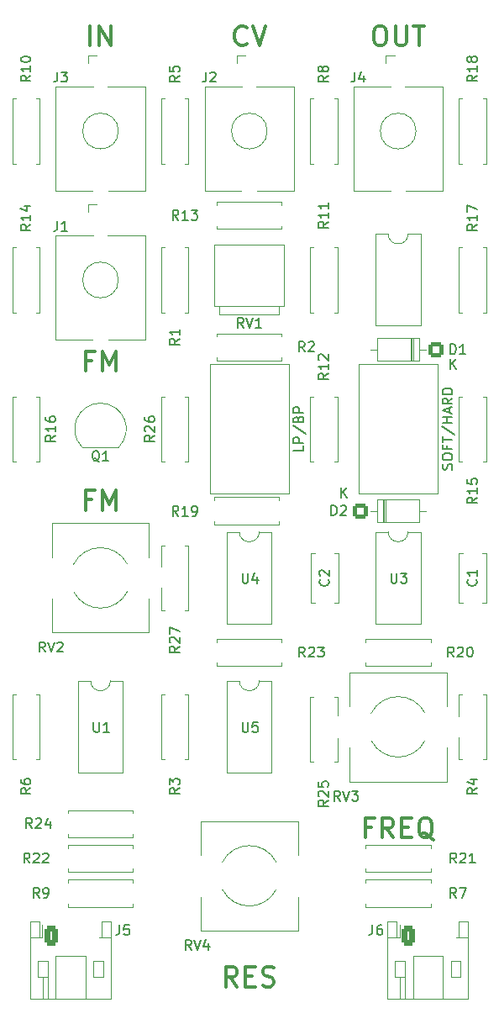
<source format=gbr>
%TF.GenerationSoftware,KiCad,Pcbnew,9.0.2*%
%TF.CreationDate,2025-06-21T12:05:43+10:00*%
%TF.ProjectId,VCF,5643462e-6b69-4636-9164-5f7063625858,1-0*%
%TF.SameCoordinates,Original*%
%TF.FileFunction,Legend,Top*%
%TF.FilePolarity,Positive*%
%FSLAX46Y46*%
G04 Gerber Fmt 4.6, Leading zero omitted, Abs format (unit mm)*
G04 Created by KiCad (PCBNEW 9.0.2) date 2025-06-21 12:05:43*
%MOMM*%
%LPD*%
G01*
G04 APERTURE LIST*
G04 Aperture macros list*
%AMRoundRect*
0 Rectangle with rounded corners*
0 $1 Rounding radius*
0 $2 $3 $4 $5 $6 $7 $8 $9 X,Y pos of 4 corners*
0 Add a 4 corners polygon primitive as box body*
4,1,4,$2,$3,$4,$5,$6,$7,$8,$9,$2,$3,0*
0 Add four circle primitives for the rounded corners*
1,1,$1+$1,$2,$3*
1,1,$1+$1,$4,$5*
1,1,$1+$1,$6,$7*
1,1,$1+$1,$8,$9*
0 Add four rect primitives between the rounded corners*
20,1,$1+$1,$2,$3,$4,$5,0*
20,1,$1+$1,$4,$5,$6,$7,0*
20,1,$1+$1,$6,$7,$8,$9,0*
20,1,$1+$1,$8,$9,$2,$3,0*%
G04 Aperture macros list end*
%ADD10C,0.300000*%
%ADD11C,0.150000*%
%ADD12C,0.120000*%
%ADD13C,0.100000*%
%ADD14C,1.600000*%
%ADD15O,1.600000X1.600000*%
%ADD16R,2.000000X2.000000*%
%ADD17C,2.200000*%
%ADD18RoundRect,0.291666X-0.408334X-0.708334X0.408334X-0.708334X0.408334X0.708334X-0.408334X0.708334X0*%
%ADD19O,1.400000X2.000000*%
%ADD20C,4.000000*%
%ADD21O,1.600000X2.400000*%
%ADD22C,1.440000*%
%ADD23O,3.600000X1.800000*%
%ADD24R,2.400000X1.600000*%
%ADD25O,2.400000X1.600000*%
%ADD26RoundRect,0.250000X-0.550000X-0.550000X0.550000X-0.550000X0.550000X0.550000X-0.550000X0.550000X0*%
%ADD27RoundRect,0.250000X0.550000X0.550000X-0.550000X0.550000X-0.550000X-0.550000X0.550000X-0.550000X0*%
%ADD28O,1.350000X1.900000*%
%ADD29R,1.350000X1.900000*%
G04 APERTURE END LIST*
D10*
X134142857Y-99612019D02*
X133476190Y-99612019D01*
X133476190Y-100659638D02*
X133476190Y-98659638D01*
X133476190Y-98659638D02*
X134428571Y-98659638D01*
X135190476Y-100659638D02*
X135190476Y-98659638D01*
X135190476Y-98659638D02*
X135857143Y-100088209D01*
X135857143Y-100088209D02*
X136523809Y-98659638D01*
X136523809Y-98659638D02*
X136523809Y-100659638D01*
X133952381Y-53909638D02*
X133952381Y-51909638D01*
X134904762Y-53909638D02*
X134904762Y-51909638D01*
X134904762Y-51909638D02*
X136047619Y-53909638D01*
X136047619Y-53909638D02*
X136047619Y-51909638D01*
X162333333Y-132612019D02*
X161666666Y-132612019D01*
X161666666Y-133659638D02*
X161666666Y-131659638D01*
X161666666Y-131659638D02*
X162619047Y-131659638D01*
X164523809Y-133659638D02*
X163857142Y-132707257D01*
X163380952Y-133659638D02*
X163380952Y-131659638D01*
X163380952Y-131659638D02*
X164142857Y-131659638D01*
X164142857Y-131659638D02*
X164333333Y-131754876D01*
X164333333Y-131754876D02*
X164428571Y-131850114D01*
X164428571Y-131850114D02*
X164523809Y-132040590D01*
X164523809Y-132040590D02*
X164523809Y-132326304D01*
X164523809Y-132326304D02*
X164428571Y-132516780D01*
X164428571Y-132516780D02*
X164333333Y-132612019D01*
X164333333Y-132612019D02*
X164142857Y-132707257D01*
X164142857Y-132707257D02*
X163380952Y-132707257D01*
X165380952Y-132612019D02*
X166047619Y-132612019D01*
X166333333Y-133659638D02*
X165380952Y-133659638D01*
X165380952Y-133659638D02*
X165380952Y-131659638D01*
X165380952Y-131659638D02*
X166333333Y-131659638D01*
X168523809Y-133850114D02*
X168333333Y-133754876D01*
X168333333Y-133754876D02*
X168142857Y-133564400D01*
X168142857Y-133564400D02*
X167857143Y-133278685D01*
X167857143Y-133278685D02*
X167666666Y-133183447D01*
X167666666Y-133183447D02*
X167476190Y-133183447D01*
X167571428Y-133659638D02*
X167380952Y-133564400D01*
X167380952Y-133564400D02*
X167190476Y-133373923D01*
X167190476Y-133373923D02*
X167095238Y-132992971D01*
X167095238Y-132992971D02*
X167095238Y-132326304D01*
X167095238Y-132326304D02*
X167190476Y-131945352D01*
X167190476Y-131945352D02*
X167380952Y-131754876D01*
X167380952Y-131754876D02*
X167571428Y-131659638D01*
X167571428Y-131659638D02*
X167952381Y-131659638D01*
X167952381Y-131659638D02*
X168142857Y-131754876D01*
X168142857Y-131754876D02*
X168333333Y-131945352D01*
X168333333Y-131945352D02*
X168428571Y-132326304D01*
X168428571Y-132326304D02*
X168428571Y-132992971D01*
X168428571Y-132992971D02*
X168333333Y-133373923D01*
X168333333Y-133373923D02*
X168142857Y-133564400D01*
X168142857Y-133564400D02*
X167952381Y-133659638D01*
X167952381Y-133659638D02*
X167571428Y-133659638D01*
X134142857Y-85612019D02*
X133476190Y-85612019D01*
X133476190Y-86659638D02*
X133476190Y-84659638D01*
X133476190Y-84659638D02*
X134428571Y-84659638D01*
X135190476Y-86659638D02*
X135190476Y-84659638D01*
X135190476Y-84659638D02*
X135857143Y-86088209D01*
X135857143Y-86088209D02*
X136523809Y-84659638D01*
X136523809Y-84659638D02*
X136523809Y-86659638D01*
X148761904Y-148659638D02*
X148095237Y-147707257D01*
X147619047Y-148659638D02*
X147619047Y-146659638D01*
X147619047Y-146659638D02*
X148380952Y-146659638D01*
X148380952Y-146659638D02*
X148571428Y-146754876D01*
X148571428Y-146754876D02*
X148666666Y-146850114D01*
X148666666Y-146850114D02*
X148761904Y-147040590D01*
X148761904Y-147040590D02*
X148761904Y-147326304D01*
X148761904Y-147326304D02*
X148666666Y-147516780D01*
X148666666Y-147516780D02*
X148571428Y-147612019D01*
X148571428Y-147612019D02*
X148380952Y-147707257D01*
X148380952Y-147707257D02*
X147619047Y-147707257D01*
X149619047Y-147612019D02*
X150285714Y-147612019D01*
X150571428Y-148659638D02*
X149619047Y-148659638D01*
X149619047Y-148659638D02*
X149619047Y-146659638D01*
X149619047Y-146659638D02*
X150571428Y-146659638D01*
X151333333Y-148564400D02*
X151619047Y-148659638D01*
X151619047Y-148659638D02*
X152095238Y-148659638D01*
X152095238Y-148659638D02*
X152285714Y-148564400D01*
X152285714Y-148564400D02*
X152380952Y-148469161D01*
X152380952Y-148469161D02*
X152476190Y-148278685D01*
X152476190Y-148278685D02*
X152476190Y-148088209D01*
X152476190Y-148088209D02*
X152380952Y-147897733D01*
X152380952Y-147897733D02*
X152285714Y-147802495D01*
X152285714Y-147802495D02*
X152095238Y-147707257D01*
X152095238Y-147707257D02*
X151714285Y-147612019D01*
X151714285Y-147612019D02*
X151523809Y-147516780D01*
X151523809Y-147516780D02*
X151428571Y-147421542D01*
X151428571Y-147421542D02*
X151333333Y-147231066D01*
X151333333Y-147231066D02*
X151333333Y-147040590D01*
X151333333Y-147040590D02*
X151428571Y-146850114D01*
X151428571Y-146850114D02*
X151523809Y-146754876D01*
X151523809Y-146754876D02*
X151714285Y-146659638D01*
X151714285Y-146659638D02*
X152190476Y-146659638D01*
X152190476Y-146659638D02*
X152476190Y-146754876D01*
X162999999Y-51909638D02*
X163380952Y-51909638D01*
X163380952Y-51909638D02*
X163571428Y-52004876D01*
X163571428Y-52004876D02*
X163761904Y-52195352D01*
X163761904Y-52195352D02*
X163857142Y-52576304D01*
X163857142Y-52576304D02*
X163857142Y-53242971D01*
X163857142Y-53242971D02*
X163761904Y-53623923D01*
X163761904Y-53623923D02*
X163571428Y-53814400D01*
X163571428Y-53814400D02*
X163380952Y-53909638D01*
X163380952Y-53909638D02*
X162999999Y-53909638D01*
X162999999Y-53909638D02*
X162809523Y-53814400D01*
X162809523Y-53814400D02*
X162619047Y-53623923D01*
X162619047Y-53623923D02*
X162523809Y-53242971D01*
X162523809Y-53242971D02*
X162523809Y-52576304D01*
X162523809Y-52576304D02*
X162619047Y-52195352D01*
X162619047Y-52195352D02*
X162809523Y-52004876D01*
X162809523Y-52004876D02*
X162999999Y-51909638D01*
X164714285Y-51909638D02*
X164714285Y-53528685D01*
X164714285Y-53528685D02*
X164809523Y-53719161D01*
X164809523Y-53719161D02*
X164904761Y-53814400D01*
X164904761Y-53814400D02*
X165095237Y-53909638D01*
X165095237Y-53909638D02*
X165476190Y-53909638D01*
X165476190Y-53909638D02*
X165666666Y-53814400D01*
X165666666Y-53814400D02*
X165761904Y-53719161D01*
X165761904Y-53719161D02*
X165857142Y-53528685D01*
X165857142Y-53528685D02*
X165857142Y-51909638D01*
X166523809Y-51909638D02*
X167666666Y-51909638D01*
X167095237Y-53909638D02*
X167095237Y-51909638D01*
X149761904Y-53719161D02*
X149666666Y-53814400D01*
X149666666Y-53814400D02*
X149380952Y-53909638D01*
X149380952Y-53909638D02*
X149190476Y-53909638D01*
X149190476Y-53909638D02*
X148904761Y-53814400D01*
X148904761Y-53814400D02*
X148714285Y-53623923D01*
X148714285Y-53623923D02*
X148619047Y-53433447D01*
X148619047Y-53433447D02*
X148523809Y-53052495D01*
X148523809Y-53052495D02*
X148523809Y-52766780D01*
X148523809Y-52766780D02*
X148619047Y-52385828D01*
X148619047Y-52385828D02*
X148714285Y-52195352D01*
X148714285Y-52195352D02*
X148904761Y-52004876D01*
X148904761Y-52004876D02*
X149190476Y-51909638D01*
X149190476Y-51909638D02*
X149380952Y-51909638D01*
X149380952Y-51909638D02*
X149666666Y-52004876D01*
X149666666Y-52004876D02*
X149761904Y-52100114D01*
X150333333Y-51909638D02*
X150999999Y-53909638D01*
X150999999Y-53909638D02*
X151666666Y-51909638D01*
D11*
X130454819Y-93142857D02*
X129978628Y-93476190D01*
X130454819Y-93714285D02*
X129454819Y-93714285D01*
X129454819Y-93714285D02*
X129454819Y-93333333D01*
X129454819Y-93333333D02*
X129502438Y-93238095D01*
X129502438Y-93238095D02*
X129550057Y-93190476D01*
X129550057Y-93190476D02*
X129645295Y-93142857D01*
X129645295Y-93142857D02*
X129788152Y-93142857D01*
X129788152Y-93142857D02*
X129883390Y-93190476D01*
X129883390Y-93190476D02*
X129931009Y-93238095D01*
X129931009Y-93238095D02*
X129978628Y-93333333D01*
X129978628Y-93333333D02*
X129978628Y-93714285D01*
X130454819Y-92190476D02*
X130454819Y-92761904D01*
X130454819Y-92476190D02*
X129454819Y-92476190D01*
X129454819Y-92476190D02*
X129597676Y-92571428D01*
X129597676Y-92571428D02*
X129692914Y-92666666D01*
X129692914Y-92666666D02*
X129740533Y-92761904D01*
X129454819Y-91333333D02*
X129454819Y-91523809D01*
X129454819Y-91523809D02*
X129502438Y-91619047D01*
X129502438Y-91619047D02*
X129550057Y-91666666D01*
X129550057Y-91666666D02*
X129692914Y-91761904D01*
X129692914Y-91761904D02*
X129883390Y-91809523D01*
X129883390Y-91809523D02*
X130264342Y-91809523D01*
X130264342Y-91809523D02*
X130359580Y-91761904D01*
X130359580Y-91761904D02*
X130407200Y-91714285D01*
X130407200Y-91714285D02*
X130454819Y-91619047D01*
X130454819Y-91619047D02*
X130454819Y-91428571D01*
X130454819Y-91428571D02*
X130407200Y-91333333D01*
X130407200Y-91333333D02*
X130359580Y-91285714D01*
X130359580Y-91285714D02*
X130264342Y-91238095D01*
X130264342Y-91238095D02*
X130026247Y-91238095D01*
X130026247Y-91238095D02*
X129931009Y-91285714D01*
X129931009Y-91285714D02*
X129883390Y-91333333D01*
X129883390Y-91333333D02*
X129835771Y-91428571D01*
X129835771Y-91428571D02*
X129835771Y-91619047D01*
X129835771Y-91619047D02*
X129883390Y-91714285D01*
X129883390Y-91714285D02*
X129931009Y-91761904D01*
X129931009Y-91761904D02*
X130026247Y-91809523D01*
X170857142Y-136204819D02*
X170523809Y-135728628D01*
X170285714Y-136204819D02*
X170285714Y-135204819D01*
X170285714Y-135204819D02*
X170666666Y-135204819D01*
X170666666Y-135204819D02*
X170761904Y-135252438D01*
X170761904Y-135252438D02*
X170809523Y-135300057D01*
X170809523Y-135300057D02*
X170857142Y-135395295D01*
X170857142Y-135395295D02*
X170857142Y-135538152D01*
X170857142Y-135538152D02*
X170809523Y-135633390D01*
X170809523Y-135633390D02*
X170761904Y-135681009D01*
X170761904Y-135681009D02*
X170666666Y-135728628D01*
X170666666Y-135728628D02*
X170285714Y-135728628D01*
X171238095Y-135300057D02*
X171285714Y-135252438D01*
X171285714Y-135252438D02*
X171380952Y-135204819D01*
X171380952Y-135204819D02*
X171619047Y-135204819D01*
X171619047Y-135204819D02*
X171714285Y-135252438D01*
X171714285Y-135252438D02*
X171761904Y-135300057D01*
X171761904Y-135300057D02*
X171809523Y-135395295D01*
X171809523Y-135395295D02*
X171809523Y-135490533D01*
X171809523Y-135490533D02*
X171761904Y-135633390D01*
X171761904Y-135633390D02*
X171190476Y-136204819D01*
X171190476Y-136204819D02*
X171809523Y-136204819D01*
X172761904Y-136204819D02*
X172190476Y-136204819D01*
X172476190Y-136204819D02*
X172476190Y-135204819D01*
X172476190Y-135204819D02*
X172380952Y-135347676D01*
X172380952Y-135347676D02*
X172285714Y-135442914D01*
X172285714Y-135442914D02*
X172190476Y-135490533D01*
X127954819Y-71892857D02*
X127478628Y-72226190D01*
X127954819Y-72464285D02*
X126954819Y-72464285D01*
X126954819Y-72464285D02*
X126954819Y-72083333D01*
X126954819Y-72083333D02*
X127002438Y-71988095D01*
X127002438Y-71988095D02*
X127050057Y-71940476D01*
X127050057Y-71940476D02*
X127145295Y-71892857D01*
X127145295Y-71892857D02*
X127288152Y-71892857D01*
X127288152Y-71892857D02*
X127383390Y-71940476D01*
X127383390Y-71940476D02*
X127431009Y-71988095D01*
X127431009Y-71988095D02*
X127478628Y-72083333D01*
X127478628Y-72083333D02*
X127478628Y-72464285D01*
X127954819Y-70940476D02*
X127954819Y-71511904D01*
X127954819Y-71226190D02*
X126954819Y-71226190D01*
X126954819Y-71226190D02*
X127097676Y-71321428D01*
X127097676Y-71321428D02*
X127192914Y-71416666D01*
X127192914Y-71416666D02*
X127240533Y-71511904D01*
X127288152Y-70083333D02*
X127954819Y-70083333D01*
X126907200Y-70321428D02*
X127621485Y-70559523D01*
X127621485Y-70559523D02*
X127621485Y-69940476D01*
X130636666Y-56554819D02*
X130636666Y-57269104D01*
X130636666Y-57269104D02*
X130589047Y-57411961D01*
X130589047Y-57411961D02*
X130493809Y-57507200D01*
X130493809Y-57507200D02*
X130350952Y-57554819D01*
X130350952Y-57554819D02*
X130255714Y-57554819D01*
X131017619Y-56554819D02*
X131636666Y-56554819D01*
X131636666Y-56554819D02*
X131303333Y-56935771D01*
X131303333Y-56935771D02*
X131446190Y-56935771D01*
X131446190Y-56935771D02*
X131541428Y-56983390D01*
X131541428Y-56983390D02*
X131589047Y-57031009D01*
X131589047Y-57031009D02*
X131636666Y-57126247D01*
X131636666Y-57126247D02*
X131636666Y-57364342D01*
X131636666Y-57364342D02*
X131589047Y-57459580D01*
X131589047Y-57459580D02*
X131541428Y-57507200D01*
X131541428Y-57507200D02*
X131446190Y-57554819D01*
X131446190Y-57554819D02*
X131160476Y-57554819D01*
X131160476Y-57554819D02*
X131065238Y-57507200D01*
X131065238Y-57507200D02*
X131017619Y-57459580D01*
X162416666Y-142454819D02*
X162416666Y-143169104D01*
X162416666Y-143169104D02*
X162369047Y-143311961D01*
X162369047Y-143311961D02*
X162273809Y-143407200D01*
X162273809Y-143407200D02*
X162130952Y-143454819D01*
X162130952Y-143454819D02*
X162035714Y-143454819D01*
X163321428Y-142454819D02*
X163130952Y-142454819D01*
X163130952Y-142454819D02*
X163035714Y-142502438D01*
X163035714Y-142502438D02*
X162988095Y-142550057D01*
X162988095Y-142550057D02*
X162892857Y-142692914D01*
X162892857Y-142692914D02*
X162845238Y-142883390D01*
X162845238Y-142883390D02*
X162845238Y-143264342D01*
X162845238Y-143264342D02*
X162892857Y-143359580D01*
X162892857Y-143359580D02*
X162940476Y-143407200D01*
X162940476Y-143407200D02*
X163035714Y-143454819D01*
X163035714Y-143454819D02*
X163226190Y-143454819D01*
X163226190Y-143454819D02*
X163321428Y-143407200D01*
X163321428Y-143407200D02*
X163369047Y-143359580D01*
X163369047Y-143359580D02*
X163416666Y-143264342D01*
X163416666Y-143264342D02*
X163416666Y-143026247D01*
X163416666Y-143026247D02*
X163369047Y-142931009D01*
X163369047Y-142931009D02*
X163321428Y-142883390D01*
X163321428Y-142883390D02*
X163226190Y-142835771D01*
X163226190Y-142835771D02*
X163035714Y-142835771D01*
X163035714Y-142835771D02*
X162940476Y-142883390D01*
X162940476Y-142883390D02*
X162892857Y-142931009D01*
X162892857Y-142931009D02*
X162845238Y-143026247D01*
X170607142Y-115454819D02*
X170273809Y-114978628D01*
X170035714Y-115454819D02*
X170035714Y-114454819D01*
X170035714Y-114454819D02*
X170416666Y-114454819D01*
X170416666Y-114454819D02*
X170511904Y-114502438D01*
X170511904Y-114502438D02*
X170559523Y-114550057D01*
X170559523Y-114550057D02*
X170607142Y-114645295D01*
X170607142Y-114645295D02*
X170607142Y-114788152D01*
X170607142Y-114788152D02*
X170559523Y-114883390D01*
X170559523Y-114883390D02*
X170511904Y-114931009D01*
X170511904Y-114931009D02*
X170416666Y-114978628D01*
X170416666Y-114978628D02*
X170035714Y-114978628D01*
X170988095Y-114550057D02*
X171035714Y-114502438D01*
X171035714Y-114502438D02*
X171130952Y-114454819D01*
X171130952Y-114454819D02*
X171369047Y-114454819D01*
X171369047Y-114454819D02*
X171464285Y-114502438D01*
X171464285Y-114502438D02*
X171511904Y-114550057D01*
X171511904Y-114550057D02*
X171559523Y-114645295D01*
X171559523Y-114645295D02*
X171559523Y-114740533D01*
X171559523Y-114740533D02*
X171511904Y-114883390D01*
X171511904Y-114883390D02*
X170940476Y-115454819D01*
X170940476Y-115454819D02*
X171559523Y-115454819D01*
X172178571Y-114454819D02*
X172273809Y-114454819D01*
X172273809Y-114454819D02*
X172369047Y-114502438D01*
X172369047Y-114502438D02*
X172416666Y-114550057D01*
X172416666Y-114550057D02*
X172464285Y-114645295D01*
X172464285Y-114645295D02*
X172511904Y-114835771D01*
X172511904Y-114835771D02*
X172511904Y-115073866D01*
X172511904Y-115073866D02*
X172464285Y-115264342D01*
X172464285Y-115264342D02*
X172416666Y-115359580D01*
X172416666Y-115359580D02*
X172369047Y-115407200D01*
X172369047Y-115407200D02*
X172273809Y-115454819D01*
X172273809Y-115454819D02*
X172178571Y-115454819D01*
X172178571Y-115454819D02*
X172083333Y-115407200D01*
X172083333Y-115407200D02*
X172035714Y-115359580D01*
X172035714Y-115359580D02*
X171988095Y-115264342D01*
X171988095Y-115264342D02*
X171940476Y-115073866D01*
X171940476Y-115073866D02*
X171940476Y-114835771D01*
X171940476Y-114835771D02*
X171988095Y-114645295D01*
X171988095Y-114645295D02*
X172035714Y-114550057D01*
X172035714Y-114550057D02*
X172083333Y-114502438D01*
X172083333Y-114502438D02*
X172178571Y-114454819D01*
X157954819Y-86892857D02*
X157478628Y-87226190D01*
X157954819Y-87464285D02*
X156954819Y-87464285D01*
X156954819Y-87464285D02*
X156954819Y-87083333D01*
X156954819Y-87083333D02*
X157002438Y-86988095D01*
X157002438Y-86988095D02*
X157050057Y-86940476D01*
X157050057Y-86940476D02*
X157145295Y-86892857D01*
X157145295Y-86892857D02*
X157288152Y-86892857D01*
X157288152Y-86892857D02*
X157383390Y-86940476D01*
X157383390Y-86940476D02*
X157431009Y-86988095D01*
X157431009Y-86988095D02*
X157478628Y-87083333D01*
X157478628Y-87083333D02*
X157478628Y-87464285D01*
X157954819Y-85940476D02*
X157954819Y-86511904D01*
X157954819Y-86226190D02*
X156954819Y-86226190D01*
X156954819Y-86226190D02*
X157097676Y-86321428D01*
X157097676Y-86321428D02*
X157192914Y-86416666D01*
X157192914Y-86416666D02*
X157240533Y-86511904D01*
X157050057Y-85559523D02*
X157002438Y-85511904D01*
X157002438Y-85511904D02*
X156954819Y-85416666D01*
X156954819Y-85416666D02*
X156954819Y-85178571D01*
X156954819Y-85178571D02*
X157002438Y-85083333D01*
X157002438Y-85083333D02*
X157050057Y-85035714D01*
X157050057Y-85035714D02*
X157145295Y-84988095D01*
X157145295Y-84988095D02*
X157240533Y-84988095D01*
X157240533Y-84988095D02*
X157383390Y-85035714D01*
X157383390Y-85035714D02*
X157954819Y-85607142D01*
X157954819Y-85607142D02*
X157954819Y-84988095D01*
X144154761Y-144954819D02*
X143821428Y-144478628D01*
X143583333Y-144954819D02*
X143583333Y-143954819D01*
X143583333Y-143954819D02*
X143964285Y-143954819D01*
X143964285Y-143954819D02*
X144059523Y-144002438D01*
X144059523Y-144002438D02*
X144107142Y-144050057D01*
X144107142Y-144050057D02*
X144154761Y-144145295D01*
X144154761Y-144145295D02*
X144154761Y-144288152D01*
X144154761Y-144288152D02*
X144107142Y-144383390D01*
X144107142Y-144383390D02*
X144059523Y-144431009D01*
X144059523Y-144431009D02*
X143964285Y-144478628D01*
X143964285Y-144478628D02*
X143583333Y-144478628D01*
X144440476Y-143954819D02*
X144773809Y-144954819D01*
X144773809Y-144954819D02*
X145107142Y-143954819D01*
X145869047Y-144288152D02*
X145869047Y-144954819D01*
X145630952Y-143907200D02*
X145392857Y-144621485D01*
X145392857Y-144621485D02*
X146011904Y-144621485D01*
X170833333Y-139704819D02*
X170500000Y-139228628D01*
X170261905Y-139704819D02*
X170261905Y-138704819D01*
X170261905Y-138704819D02*
X170642857Y-138704819D01*
X170642857Y-138704819D02*
X170738095Y-138752438D01*
X170738095Y-138752438D02*
X170785714Y-138800057D01*
X170785714Y-138800057D02*
X170833333Y-138895295D01*
X170833333Y-138895295D02*
X170833333Y-139038152D01*
X170833333Y-139038152D02*
X170785714Y-139133390D01*
X170785714Y-139133390D02*
X170738095Y-139181009D01*
X170738095Y-139181009D02*
X170642857Y-139228628D01*
X170642857Y-139228628D02*
X170261905Y-139228628D01*
X171166667Y-138704819D02*
X171833333Y-138704819D01*
X171833333Y-138704819D02*
X171404762Y-139704819D01*
X159154761Y-129954819D02*
X158821428Y-129478628D01*
X158583333Y-129954819D02*
X158583333Y-128954819D01*
X158583333Y-128954819D02*
X158964285Y-128954819D01*
X158964285Y-128954819D02*
X159059523Y-129002438D01*
X159059523Y-129002438D02*
X159107142Y-129050057D01*
X159107142Y-129050057D02*
X159154761Y-129145295D01*
X159154761Y-129145295D02*
X159154761Y-129288152D01*
X159154761Y-129288152D02*
X159107142Y-129383390D01*
X159107142Y-129383390D02*
X159059523Y-129431009D01*
X159059523Y-129431009D02*
X158964285Y-129478628D01*
X158964285Y-129478628D02*
X158583333Y-129478628D01*
X159440476Y-128954819D02*
X159773809Y-129954819D01*
X159773809Y-129954819D02*
X160107142Y-128954819D01*
X160345238Y-128954819D02*
X160964285Y-128954819D01*
X160964285Y-128954819D02*
X160630952Y-129335771D01*
X160630952Y-129335771D02*
X160773809Y-129335771D01*
X160773809Y-129335771D02*
X160869047Y-129383390D01*
X160869047Y-129383390D02*
X160916666Y-129431009D01*
X160916666Y-129431009D02*
X160964285Y-129526247D01*
X160964285Y-129526247D02*
X160964285Y-129764342D01*
X160964285Y-129764342D02*
X160916666Y-129859580D01*
X160916666Y-129859580D02*
X160869047Y-129907200D01*
X160869047Y-129907200D02*
X160773809Y-129954819D01*
X160773809Y-129954819D02*
X160488095Y-129954819D01*
X160488095Y-129954819D02*
X160392857Y-129907200D01*
X160392857Y-129907200D02*
X160345238Y-129859580D01*
X129404761Y-114954819D02*
X129071428Y-114478628D01*
X128833333Y-114954819D02*
X128833333Y-113954819D01*
X128833333Y-113954819D02*
X129214285Y-113954819D01*
X129214285Y-113954819D02*
X129309523Y-114002438D01*
X129309523Y-114002438D02*
X129357142Y-114050057D01*
X129357142Y-114050057D02*
X129404761Y-114145295D01*
X129404761Y-114145295D02*
X129404761Y-114288152D01*
X129404761Y-114288152D02*
X129357142Y-114383390D01*
X129357142Y-114383390D02*
X129309523Y-114431009D01*
X129309523Y-114431009D02*
X129214285Y-114478628D01*
X129214285Y-114478628D02*
X128833333Y-114478628D01*
X129690476Y-113954819D02*
X130023809Y-114954819D01*
X130023809Y-114954819D02*
X130357142Y-113954819D01*
X130642857Y-114050057D02*
X130690476Y-114002438D01*
X130690476Y-114002438D02*
X130785714Y-113954819D01*
X130785714Y-113954819D02*
X131023809Y-113954819D01*
X131023809Y-113954819D02*
X131119047Y-114002438D01*
X131119047Y-114002438D02*
X131166666Y-114050057D01*
X131166666Y-114050057D02*
X131214285Y-114145295D01*
X131214285Y-114145295D02*
X131214285Y-114240533D01*
X131214285Y-114240533D02*
X131166666Y-114383390D01*
X131166666Y-114383390D02*
X130595238Y-114954819D01*
X130595238Y-114954819D02*
X131214285Y-114954819D01*
X136916666Y-142454819D02*
X136916666Y-143169104D01*
X136916666Y-143169104D02*
X136869047Y-143311961D01*
X136869047Y-143311961D02*
X136773809Y-143407200D01*
X136773809Y-143407200D02*
X136630952Y-143454819D01*
X136630952Y-143454819D02*
X136535714Y-143454819D01*
X137869047Y-142454819D02*
X137392857Y-142454819D01*
X137392857Y-142454819D02*
X137345238Y-142931009D01*
X137345238Y-142931009D02*
X137392857Y-142883390D01*
X137392857Y-142883390D02*
X137488095Y-142835771D01*
X137488095Y-142835771D02*
X137726190Y-142835771D01*
X137726190Y-142835771D02*
X137821428Y-142883390D01*
X137821428Y-142883390D02*
X137869047Y-142931009D01*
X137869047Y-142931009D02*
X137916666Y-143026247D01*
X137916666Y-143026247D02*
X137916666Y-143264342D01*
X137916666Y-143264342D02*
X137869047Y-143359580D01*
X137869047Y-143359580D02*
X137821428Y-143407200D01*
X137821428Y-143407200D02*
X137726190Y-143454819D01*
X137726190Y-143454819D02*
X137488095Y-143454819D01*
X137488095Y-143454819D02*
X137392857Y-143407200D01*
X137392857Y-143407200D02*
X137345238Y-143359580D01*
X130636666Y-71554819D02*
X130636666Y-72269104D01*
X130636666Y-72269104D02*
X130589047Y-72411961D01*
X130589047Y-72411961D02*
X130493809Y-72507200D01*
X130493809Y-72507200D02*
X130350952Y-72554819D01*
X130350952Y-72554819D02*
X130255714Y-72554819D01*
X131636666Y-72554819D02*
X131065238Y-72554819D01*
X131350952Y-72554819D02*
X131350952Y-71554819D01*
X131350952Y-71554819D02*
X131255714Y-71697676D01*
X131255714Y-71697676D02*
X131160476Y-71792914D01*
X131160476Y-71792914D02*
X131065238Y-71840533D01*
X149404761Y-82304818D02*
X149071428Y-81828627D01*
X148833333Y-82304818D02*
X148833333Y-81304818D01*
X148833333Y-81304818D02*
X149214285Y-81304818D01*
X149214285Y-81304818D02*
X149309523Y-81352437D01*
X149309523Y-81352437D02*
X149357142Y-81400056D01*
X149357142Y-81400056D02*
X149404761Y-81495294D01*
X149404761Y-81495294D02*
X149404761Y-81638151D01*
X149404761Y-81638151D02*
X149357142Y-81733389D01*
X149357142Y-81733389D02*
X149309523Y-81781008D01*
X149309523Y-81781008D02*
X149214285Y-81828627D01*
X149214285Y-81828627D02*
X148833333Y-81828627D01*
X149690476Y-81304818D02*
X150023809Y-82304818D01*
X150023809Y-82304818D02*
X150357142Y-81304818D01*
X151214285Y-82304818D02*
X150642857Y-82304818D01*
X150928571Y-82304818D02*
X150928571Y-81304818D01*
X150928571Y-81304818D02*
X150833333Y-81447675D01*
X150833333Y-81447675D02*
X150738095Y-81542913D01*
X150738095Y-81542913D02*
X150642857Y-81590532D01*
X128107142Y-132704819D02*
X127773809Y-132228628D01*
X127535714Y-132704819D02*
X127535714Y-131704819D01*
X127535714Y-131704819D02*
X127916666Y-131704819D01*
X127916666Y-131704819D02*
X128011904Y-131752438D01*
X128011904Y-131752438D02*
X128059523Y-131800057D01*
X128059523Y-131800057D02*
X128107142Y-131895295D01*
X128107142Y-131895295D02*
X128107142Y-132038152D01*
X128107142Y-132038152D02*
X128059523Y-132133390D01*
X128059523Y-132133390D02*
X128011904Y-132181009D01*
X128011904Y-132181009D02*
X127916666Y-132228628D01*
X127916666Y-132228628D02*
X127535714Y-132228628D01*
X128488095Y-131800057D02*
X128535714Y-131752438D01*
X128535714Y-131752438D02*
X128630952Y-131704819D01*
X128630952Y-131704819D02*
X128869047Y-131704819D01*
X128869047Y-131704819D02*
X128964285Y-131752438D01*
X128964285Y-131752438D02*
X129011904Y-131800057D01*
X129011904Y-131800057D02*
X129059523Y-131895295D01*
X129059523Y-131895295D02*
X129059523Y-131990533D01*
X129059523Y-131990533D02*
X129011904Y-132133390D01*
X129011904Y-132133390D02*
X128440476Y-132704819D01*
X128440476Y-132704819D02*
X129059523Y-132704819D01*
X129916666Y-132038152D02*
X129916666Y-132704819D01*
X129678571Y-131657200D02*
X129440476Y-132371485D01*
X129440476Y-132371485D02*
X130059523Y-132371485D01*
X172859579Y-107666666D02*
X172907199Y-107714285D01*
X172907199Y-107714285D02*
X172954818Y-107857142D01*
X172954818Y-107857142D02*
X172954818Y-107952380D01*
X172954818Y-107952380D02*
X172907199Y-108095237D01*
X172907199Y-108095237D02*
X172811960Y-108190475D01*
X172811960Y-108190475D02*
X172716722Y-108238094D01*
X172716722Y-108238094D02*
X172526246Y-108285713D01*
X172526246Y-108285713D02*
X172383389Y-108285713D01*
X172383389Y-108285713D02*
X172192913Y-108238094D01*
X172192913Y-108238094D02*
X172097675Y-108190475D01*
X172097675Y-108190475D02*
X172002437Y-108095237D01*
X172002437Y-108095237D02*
X171954818Y-107952380D01*
X171954818Y-107952380D02*
X171954818Y-107857142D01*
X171954818Y-107857142D02*
X172002437Y-107714285D01*
X172002437Y-107714285D02*
X172050056Y-107666666D01*
X172954818Y-106714285D02*
X172954818Y-107285713D01*
X172954818Y-106999999D02*
X171954818Y-106999999D01*
X171954818Y-106999999D02*
X172097675Y-107095237D01*
X172097675Y-107095237D02*
X172192913Y-107190475D01*
X172192913Y-107190475D02*
X172240532Y-107285713D01*
X127857142Y-136204819D02*
X127523809Y-135728628D01*
X127285714Y-136204819D02*
X127285714Y-135204819D01*
X127285714Y-135204819D02*
X127666666Y-135204819D01*
X127666666Y-135204819D02*
X127761904Y-135252438D01*
X127761904Y-135252438D02*
X127809523Y-135300057D01*
X127809523Y-135300057D02*
X127857142Y-135395295D01*
X127857142Y-135395295D02*
X127857142Y-135538152D01*
X127857142Y-135538152D02*
X127809523Y-135633390D01*
X127809523Y-135633390D02*
X127761904Y-135681009D01*
X127761904Y-135681009D02*
X127666666Y-135728628D01*
X127666666Y-135728628D02*
X127285714Y-135728628D01*
X128238095Y-135300057D02*
X128285714Y-135252438D01*
X128285714Y-135252438D02*
X128380952Y-135204819D01*
X128380952Y-135204819D02*
X128619047Y-135204819D01*
X128619047Y-135204819D02*
X128714285Y-135252438D01*
X128714285Y-135252438D02*
X128761904Y-135300057D01*
X128761904Y-135300057D02*
X128809523Y-135395295D01*
X128809523Y-135395295D02*
X128809523Y-135490533D01*
X128809523Y-135490533D02*
X128761904Y-135633390D01*
X128761904Y-135633390D02*
X128190476Y-136204819D01*
X128190476Y-136204819D02*
X128809523Y-136204819D01*
X129190476Y-135300057D02*
X129238095Y-135252438D01*
X129238095Y-135252438D02*
X129333333Y-135204819D01*
X129333333Y-135204819D02*
X129571428Y-135204819D01*
X129571428Y-135204819D02*
X129666666Y-135252438D01*
X129666666Y-135252438D02*
X129714285Y-135300057D01*
X129714285Y-135300057D02*
X129761904Y-135395295D01*
X129761904Y-135395295D02*
X129761904Y-135490533D01*
X129761904Y-135490533D02*
X129714285Y-135633390D01*
X129714285Y-135633390D02*
X129142857Y-136204819D01*
X129142857Y-136204819D02*
X129761904Y-136204819D01*
X142857142Y-71454819D02*
X142523809Y-70978628D01*
X142285714Y-71454819D02*
X142285714Y-70454819D01*
X142285714Y-70454819D02*
X142666666Y-70454819D01*
X142666666Y-70454819D02*
X142761904Y-70502438D01*
X142761904Y-70502438D02*
X142809523Y-70550057D01*
X142809523Y-70550057D02*
X142857142Y-70645295D01*
X142857142Y-70645295D02*
X142857142Y-70788152D01*
X142857142Y-70788152D02*
X142809523Y-70883390D01*
X142809523Y-70883390D02*
X142761904Y-70931009D01*
X142761904Y-70931009D02*
X142666666Y-70978628D01*
X142666666Y-70978628D02*
X142285714Y-70978628D01*
X143809523Y-71454819D02*
X143238095Y-71454819D01*
X143523809Y-71454819D02*
X143523809Y-70454819D01*
X143523809Y-70454819D02*
X143428571Y-70597676D01*
X143428571Y-70597676D02*
X143333333Y-70692914D01*
X143333333Y-70692914D02*
X143238095Y-70740533D01*
X144142857Y-70454819D02*
X144761904Y-70454819D01*
X144761904Y-70454819D02*
X144428571Y-70835771D01*
X144428571Y-70835771D02*
X144571428Y-70835771D01*
X144571428Y-70835771D02*
X144666666Y-70883390D01*
X144666666Y-70883390D02*
X144714285Y-70931009D01*
X144714285Y-70931009D02*
X144761904Y-71026247D01*
X144761904Y-71026247D02*
X144761904Y-71264342D01*
X144761904Y-71264342D02*
X144714285Y-71359580D01*
X144714285Y-71359580D02*
X144666666Y-71407200D01*
X144666666Y-71407200D02*
X144571428Y-71454819D01*
X144571428Y-71454819D02*
X144285714Y-71454819D01*
X144285714Y-71454819D02*
X144190476Y-71407200D01*
X144190476Y-71407200D02*
X144142857Y-71359580D01*
X127954819Y-128666666D02*
X127478628Y-128999999D01*
X127954819Y-129238094D02*
X126954819Y-129238094D01*
X126954819Y-129238094D02*
X126954819Y-128857142D01*
X126954819Y-128857142D02*
X127002438Y-128761904D01*
X127002438Y-128761904D02*
X127050057Y-128714285D01*
X127050057Y-128714285D02*
X127145295Y-128666666D01*
X127145295Y-128666666D02*
X127288152Y-128666666D01*
X127288152Y-128666666D02*
X127383390Y-128714285D01*
X127383390Y-128714285D02*
X127431009Y-128761904D01*
X127431009Y-128761904D02*
X127478628Y-128857142D01*
X127478628Y-128857142D02*
X127478628Y-129238094D01*
X126954819Y-127809523D02*
X126954819Y-127999999D01*
X126954819Y-127999999D02*
X127002438Y-128095237D01*
X127002438Y-128095237D02*
X127050057Y-128142856D01*
X127050057Y-128142856D02*
X127192914Y-128238094D01*
X127192914Y-128238094D02*
X127383390Y-128285713D01*
X127383390Y-128285713D02*
X127764342Y-128285713D01*
X127764342Y-128285713D02*
X127859580Y-128238094D01*
X127859580Y-128238094D02*
X127907200Y-128190475D01*
X127907200Y-128190475D02*
X127954819Y-128095237D01*
X127954819Y-128095237D02*
X127954819Y-127904761D01*
X127954819Y-127904761D02*
X127907200Y-127809523D01*
X127907200Y-127809523D02*
X127859580Y-127761904D01*
X127859580Y-127761904D02*
X127764342Y-127714285D01*
X127764342Y-127714285D02*
X127526247Y-127714285D01*
X127526247Y-127714285D02*
X127431009Y-127761904D01*
X127431009Y-127761904D02*
X127383390Y-127809523D01*
X127383390Y-127809523D02*
X127335771Y-127904761D01*
X127335771Y-127904761D02*
X127335771Y-128095237D01*
X127335771Y-128095237D02*
X127383390Y-128190475D01*
X127383390Y-128190475D02*
X127431009Y-128238094D01*
X127431009Y-128238094D02*
X127526247Y-128285713D01*
X170407200Y-96595237D02*
X170454819Y-96452380D01*
X170454819Y-96452380D02*
X170454819Y-96214285D01*
X170454819Y-96214285D02*
X170407200Y-96119047D01*
X170407200Y-96119047D02*
X170359580Y-96071428D01*
X170359580Y-96071428D02*
X170264342Y-96023809D01*
X170264342Y-96023809D02*
X170169104Y-96023809D01*
X170169104Y-96023809D02*
X170073866Y-96071428D01*
X170073866Y-96071428D02*
X170026247Y-96119047D01*
X170026247Y-96119047D02*
X169978628Y-96214285D01*
X169978628Y-96214285D02*
X169931009Y-96404761D01*
X169931009Y-96404761D02*
X169883390Y-96499999D01*
X169883390Y-96499999D02*
X169835771Y-96547618D01*
X169835771Y-96547618D02*
X169740533Y-96595237D01*
X169740533Y-96595237D02*
X169645295Y-96595237D01*
X169645295Y-96595237D02*
X169550057Y-96547618D01*
X169550057Y-96547618D02*
X169502438Y-96499999D01*
X169502438Y-96499999D02*
X169454819Y-96404761D01*
X169454819Y-96404761D02*
X169454819Y-96166666D01*
X169454819Y-96166666D02*
X169502438Y-96023809D01*
X169454819Y-95404761D02*
X169454819Y-95214285D01*
X169454819Y-95214285D02*
X169502438Y-95119047D01*
X169502438Y-95119047D02*
X169597676Y-95023809D01*
X169597676Y-95023809D02*
X169788152Y-94976190D01*
X169788152Y-94976190D02*
X170121485Y-94976190D01*
X170121485Y-94976190D02*
X170311961Y-95023809D01*
X170311961Y-95023809D02*
X170407200Y-95119047D01*
X170407200Y-95119047D02*
X170454819Y-95214285D01*
X170454819Y-95214285D02*
X170454819Y-95404761D01*
X170454819Y-95404761D02*
X170407200Y-95499999D01*
X170407200Y-95499999D02*
X170311961Y-95595237D01*
X170311961Y-95595237D02*
X170121485Y-95642856D01*
X170121485Y-95642856D02*
X169788152Y-95642856D01*
X169788152Y-95642856D02*
X169597676Y-95595237D01*
X169597676Y-95595237D02*
X169502438Y-95499999D01*
X169502438Y-95499999D02*
X169454819Y-95404761D01*
X169931009Y-94214285D02*
X169931009Y-94547618D01*
X170454819Y-94547618D02*
X169454819Y-94547618D01*
X169454819Y-94547618D02*
X169454819Y-94071428D01*
X169454819Y-93833332D02*
X169454819Y-93261904D01*
X170454819Y-93547618D02*
X169454819Y-93547618D01*
X169407200Y-92214285D02*
X170692914Y-93071427D01*
X170454819Y-91880951D02*
X169454819Y-91880951D01*
X169931009Y-91880951D02*
X169931009Y-91309523D01*
X170454819Y-91309523D02*
X169454819Y-91309523D01*
X170169104Y-90880951D02*
X170169104Y-90404761D01*
X170454819Y-90976189D02*
X169454819Y-90642856D01*
X169454819Y-90642856D02*
X170454819Y-90309523D01*
X170454819Y-89404761D02*
X169978628Y-89738094D01*
X170454819Y-89976189D02*
X169454819Y-89976189D01*
X169454819Y-89976189D02*
X169454819Y-89595237D01*
X169454819Y-89595237D02*
X169502438Y-89499999D01*
X169502438Y-89499999D02*
X169550057Y-89452380D01*
X169550057Y-89452380D02*
X169645295Y-89404761D01*
X169645295Y-89404761D02*
X169788152Y-89404761D01*
X169788152Y-89404761D02*
X169883390Y-89452380D01*
X169883390Y-89452380D02*
X169931009Y-89499999D01*
X169931009Y-89499999D02*
X169978628Y-89595237D01*
X169978628Y-89595237D02*
X169978628Y-89976189D01*
X170454819Y-88976189D02*
X169454819Y-88976189D01*
X169454819Y-88976189D02*
X169454819Y-88738094D01*
X169454819Y-88738094D02*
X169502438Y-88595237D01*
X169502438Y-88595237D02*
X169597676Y-88499999D01*
X169597676Y-88499999D02*
X169692914Y-88452380D01*
X169692914Y-88452380D02*
X169883390Y-88404761D01*
X169883390Y-88404761D02*
X170026247Y-88404761D01*
X170026247Y-88404761D02*
X170216723Y-88452380D01*
X170216723Y-88452380D02*
X170311961Y-88499999D01*
X170311961Y-88499999D02*
X170407200Y-88595237D01*
X170407200Y-88595237D02*
X170454819Y-88738094D01*
X170454819Y-88738094D02*
X170454819Y-88976189D01*
X127954819Y-56892857D02*
X127478628Y-57226190D01*
X127954819Y-57464285D02*
X126954819Y-57464285D01*
X126954819Y-57464285D02*
X126954819Y-57083333D01*
X126954819Y-57083333D02*
X127002438Y-56988095D01*
X127002438Y-56988095D02*
X127050057Y-56940476D01*
X127050057Y-56940476D02*
X127145295Y-56892857D01*
X127145295Y-56892857D02*
X127288152Y-56892857D01*
X127288152Y-56892857D02*
X127383390Y-56940476D01*
X127383390Y-56940476D02*
X127431009Y-56988095D01*
X127431009Y-56988095D02*
X127478628Y-57083333D01*
X127478628Y-57083333D02*
X127478628Y-57464285D01*
X127954819Y-55940476D02*
X127954819Y-56511904D01*
X127954819Y-56226190D02*
X126954819Y-56226190D01*
X126954819Y-56226190D02*
X127097676Y-56321428D01*
X127097676Y-56321428D02*
X127192914Y-56416666D01*
X127192914Y-56416666D02*
X127240533Y-56511904D01*
X126954819Y-55321428D02*
X126954819Y-55226190D01*
X126954819Y-55226190D02*
X127002438Y-55130952D01*
X127002438Y-55130952D02*
X127050057Y-55083333D01*
X127050057Y-55083333D02*
X127145295Y-55035714D01*
X127145295Y-55035714D02*
X127335771Y-54988095D01*
X127335771Y-54988095D02*
X127573866Y-54988095D01*
X127573866Y-54988095D02*
X127764342Y-55035714D01*
X127764342Y-55035714D02*
X127859580Y-55083333D01*
X127859580Y-55083333D02*
X127907200Y-55130952D01*
X127907200Y-55130952D02*
X127954819Y-55226190D01*
X127954819Y-55226190D02*
X127954819Y-55321428D01*
X127954819Y-55321428D02*
X127907200Y-55416666D01*
X127907200Y-55416666D02*
X127859580Y-55464285D01*
X127859580Y-55464285D02*
X127764342Y-55511904D01*
X127764342Y-55511904D02*
X127573866Y-55559523D01*
X127573866Y-55559523D02*
X127335771Y-55559523D01*
X127335771Y-55559523D02*
X127145295Y-55511904D01*
X127145295Y-55511904D02*
X127050057Y-55464285D01*
X127050057Y-55464285D02*
X127002438Y-55416666D01*
X127002438Y-55416666D02*
X126954819Y-55321428D01*
X142857142Y-101254819D02*
X142523809Y-100778628D01*
X142285714Y-101254819D02*
X142285714Y-100254819D01*
X142285714Y-100254819D02*
X142666666Y-100254819D01*
X142666666Y-100254819D02*
X142761904Y-100302438D01*
X142761904Y-100302438D02*
X142809523Y-100350057D01*
X142809523Y-100350057D02*
X142857142Y-100445295D01*
X142857142Y-100445295D02*
X142857142Y-100588152D01*
X142857142Y-100588152D02*
X142809523Y-100683390D01*
X142809523Y-100683390D02*
X142761904Y-100731009D01*
X142761904Y-100731009D02*
X142666666Y-100778628D01*
X142666666Y-100778628D02*
X142285714Y-100778628D01*
X143809523Y-101254819D02*
X143238095Y-101254819D01*
X143523809Y-101254819D02*
X143523809Y-100254819D01*
X143523809Y-100254819D02*
X143428571Y-100397676D01*
X143428571Y-100397676D02*
X143333333Y-100492914D01*
X143333333Y-100492914D02*
X143238095Y-100540533D01*
X144285714Y-101254819D02*
X144476190Y-101254819D01*
X144476190Y-101254819D02*
X144571428Y-101207200D01*
X144571428Y-101207200D02*
X144619047Y-101159580D01*
X144619047Y-101159580D02*
X144714285Y-101016723D01*
X144714285Y-101016723D02*
X144761904Y-100826247D01*
X144761904Y-100826247D02*
X144761904Y-100445295D01*
X144761904Y-100445295D02*
X144714285Y-100350057D01*
X144714285Y-100350057D02*
X144666666Y-100302438D01*
X144666666Y-100302438D02*
X144571428Y-100254819D01*
X144571428Y-100254819D02*
X144380952Y-100254819D01*
X144380952Y-100254819D02*
X144285714Y-100302438D01*
X144285714Y-100302438D02*
X144238095Y-100350057D01*
X144238095Y-100350057D02*
X144190476Y-100445295D01*
X144190476Y-100445295D02*
X144190476Y-100683390D01*
X144190476Y-100683390D02*
X144238095Y-100778628D01*
X144238095Y-100778628D02*
X144285714Y-100826247D01*
X144285714Y-100826247D02*
X144380952Y-100873866D01*
X144380952Y-100873866D02*
X144571428Y-100873866D01*
X144571428Y-100873866D02*
X144666666Y-100826247D01*
X144666666Y-100826247D02*
X144714285Y-100778628D01*
X144714285Y-100778628D02*
X144761904Y-100683390D01*
X140454819Y-93142857D02*
X139978628Y-93476190D01*
X140454819Y-93714285D02*
X139454819Y-93714285D01*
X139454819Y-93714285D02*
X139454819Y-93333333D01*
X139454819Y-93333333D02*
X139502438Y-93238095D01*
X139502438Y-93238095D02*
X139550057Y-93190476D01*
X139550057Y-93190476D02*
X139645295Y-93142857D01*
X139645295Y-93142857D02*
X139788152Y-93142857D01*
X139788152Y-93142857D02*
X139883390Y-93190476D01*
X139883390Y-93190476D02*
X139931009Y-93238095D01*
X139931009Y-93238095D02*
X139978628Y-93333333D01*
X139978628Y-93333333D02*
X139978628Y-93714285D01*
X139550057Y-92761904D02*
X139502438Y-92714285D01*
X139502438Y-92714285D02*
X139454819Y-92619047D01*
X139454819Y-92619047D02*
X139454819Y-92380952D01*
X139454819Y-92380952D02*
X139502438Y-92285714D01*
X139502438Y-92285714D02*
X139550057Y-92238095D01*
X139550057Y-92238095D02*
X139645295Y-92190476D01*
X139645295Y-92190476D02*
X139740533Y-92190476D01*
X139740533Y-92190476D02*
X139883390Y-92238095D01*
X139883390Y-92238095D02*
X140454819Y-92809523D01*
X140454819Y-92809523D02*
X140454819Y-92190476D01*
X139454819Y-91333333D02*
X139454819Y-91523809D01*
X139454819Y-91523809D02*
X139502438Y-91619047D01*
X139502438Y-91619047D02*
X139550057Y-91666666D01*
X139550057Y-91666666D02*
X139692914Y-91761904D01*
X139692914Y-91761904D02*
X139883390Y-91809523D01*
X139883390Y-91809523D02*
X140264342Y-91809523D01*
X140264342Y-91809523D02*
X140359580Y-91761904D01*
X140359580Y-91761904D02*
X140407200Y-91714285D01*
X140407200Y-91714285D02*
X140454819Y-91619047D01*
X140454819Y-91619047D02*
X140454819Y-91428571D01*
X140454819Y-91428571D02*
X140407200Y-91333333D01*
X140407200Y-91333333D02*
X140359580Y-91285714D01*
X140359580Y-91285714D02*
X140264342Y-91238095D01*
X140264342Y-91238095D02*
X140026247Y-91238095D01*
X140026247Y-91238095D02*
X139931009Y-91285714D01*
X139931009Y-91285714D02*
X139883390Y-91333333D01*
X139883390Y-91333333D02*
X139835771Y-91428571D01*
X139835771Y-91428571D02*
X139835771Y-91619047D01*
X139835771Y-91619047D02*
X139883390Y-91714285D01*
X139883390Y-91714285D02*
X139931009Y-91761904D01*
X139931009Y-91761904D02*
X140026247Y-91809523D01*
X157954819Y-56916666D02*
X157478628Y-57249999D01*
X157954819Y-57488094D02*
X156954819Y-57488094D01*
X156954819Y-57488094D02*
X156954819Y-57107142D01*
X156954819Y-57107142D02*
X157002438Y-57011904D01*
X157002438Y-57011904D02*
X157050057Y-56964285D01*
X157050057Y-56964285D02*
X157145295Y-56916666D01*
X157145295Y-56916666D02*
X157288152Y-56916666D01*
X157288152Y-56916666D02*
X157383390Y-56964285D01*
X157383390Y-56964285D02*
X157431009Y-57011904D01*
X157431009Y-57011904D02*
X157478628Y-57107142D01*
X157478628Y-57107142D02*
X157478628Y-57488094D01*
X157383390Y-56345237D02*
X157335771Y-56440475D01*
X157335771Y-56440475D02*
X157288152Y-56488094D01*
X157288152Y-56488094D02*
X157192914Y-56535713D01*
X157192914Y-56535713D02*
X157145295Y-56535713D01*
X157145295Y-56535713D02*
X157050057Y-56488094D01*
X157050057Y-56488094D02*
X157002438Y-56440475D01*
X157002438Y-56440475D02*
X156954819Y-56345237D01*
X156954819Y-56345237D02*
X156954819Y-56154761D01*
X156954819Y-56154761D02*
X157002438Y-56059523D01*
X157002438Y-56059523D02*
X157050057Y-56011904D01*
X157050057Y-56011904D02*
X157145295Y-55964285D01*
X157145295Y-55964285D02*
X157192914Y-55964285D01*
X157192914Y-55964285D02*
X157288152Y-56011904D01*
X157288152Y-56011904D02*
X157335771Y-56059523D01*
X157335771Y-56059523D02*
X157383390Y-56154761D01*
X157383390Y-56154761D02*
X157383390Y-56345237D01*
X157383390Y-56345237D02*
X157431009Y-56440475D01*
X157431009Y-56440475D02*
X157478628Y-56488094D01*
X157478628Y-56488094D02*
X157573866Y-56535713D01*
X157573866Y-56535713D02*
X157764342Y-56535713D01*
X157764342Y-56535713D02*
X157859580Y-56488094D01*
X157859580Y-56488094D02*
X157907200Y-56440475D01*
X157907200Y-56440475D02*
X157954819Y-56345237D01*
X157954819Y-56345237D02*
X157954819Y-56154761D01*
X157954819Y-56154761D02*
X157907200Y-56059523D01*
X157907200Y-56059523D02*
X157859580Y-56011904D01*
X157859580Y-56011904D02*
X157764342Y-55964285D01*
X157764342Y-55964285D02*
X157573866Y-55964285D01*
X157573866Y-55964285D02*
X157478628Y-56011904D01*
X157478628Y-56011904D02*
X157431009Y-56059523D01*
X157431009Y-56059523D02*
X157383390Y-56154761D01*
X149303095Y-122024819D02*
X149303095Y-122834342D01*
X149303095Y-122834342D02*
X149350714Y-122929580D01*
X149350714Y-122929580D02*
X149398333Y-122977200D01*
X149398333Y-122977200D02*
X149493571Y-123024819D01*
X149493571Y-123024819D02*
X149684047Y-123024819D01*
X149684047Y-123024819D02*
X149779285Y-122977200D01*
X149779285Y-122977200D02*
X149826904Y-122929580D01*
X149826904Y-122929580D02*
X149874523Y-122834342D01*
X149874523Y-122834342D02*
X149874523Y-122024819D01*
X150826904Y-122024819D02*
X150350714Y-122024819D01*
X150350714Y-122024819D02*
X150303095Y-122501009D01*
X150303095Y-122501009D02*
X150350714Y-122453390D01*
X150350714Y-122453390D02*
X150445952Y-122405771D01*
X150445952Y-122405771D02*
X150684047Y-122405771D01*
X150684047Y-122405771D02*
X150779285Y-122453390D01*
X150779285Y-122453390D02*
X150826904Y-122501009D01*
X150826904Y-122501009D02*
X150874523Y-122596247D01*
X150874523Y-122596247D02*
X150874523Y-122834342D01*
X150874523Y-122834342D02*
X150826904Y-122929580D01*
X150826904Y-122929580D02*
X150779285Y-122977200D01*
X150779285Y-122977200D02*
X150684047Y-123024819D01*
X150684047Y-123024819D02*
X150445952Y-123024819D01*
X150445952Y-123024819D02*
X150350714Y-122977200D01*
X150350714Y-122977200D02*
X150303095Y-122929580D01*
X142954819Y-128666666D02*
X142478628Y-128999999D01*
X142954819Y-129238094D02*
X141954819Y-129238094D01*
X141954819Y-129238094D02*
X141954819Y-128857142D01*
X141954819Y-128857142D02*
X142002438Y-128761904D01*
X142002438Y-128761904D02*
X142050057Y-128714285D01*
X142050057Y-128714285D02*
X142145295Y-128666666D01*
X142145295Y-128666666D02*
X142288152Y-128666666D01*
X142288152Y-128666666D02*
X142383390Y-128714285D01*
X142383390Y-128714285D02*
X142431009Y-128761904D01*
X142431009Y-128761904D02*
X142478628Y-128857142D01*
X142478628Y-128857142D02*
X142478628Y-129238094D01*
X141954819Y-128333332D02*
X141954819Y-127714285D01*
X141954819Y-127714285D02*
X142335771Y-128047618D01*
X142335771Y-128047618D02*
X142335771Y-127904761D01*
X142335771Y-127904761D02*
X142383390Y-127809523D01*
X142383390Y-127809523D02*
X142431009Y-127761904D01*
X142431009Y-127761904D02*
X142526247Y-127714285D01*
X142526247Y-127714285D02*
X142764342Y-127714285D01*
X142764342Y-127714285D02*
X142859580Y-127761904D01*
X142859580Y-127761904D02*
X142907200Y-127809523D01*
X142907200Y-127809523D02*
X142954819Y-127904761D01*
X142954819Y-127904761D02*
X142954819Y-128190475D01*
X142954819Y-128190475D02*
X142907200Y-128285713D01*
X142907200Y-128285713D02*
X142859580Y-128333332D01*
X172954819Y-99392857D02*
X172478628Y-99726190D01*
X172954819Y-99964285D02*
X171954819Y-99964285D01*
X171954819Y-99964285D02*
X171954819Y-99583333D01*
X171954819Y-99583333D02*
X172002438Y-99488095D01*
X172002438Y-99488095D02*
X172050057Y-99440476D01*
X172050057Y-99440476D02*
X172145295Y-99392857D01*
X172145295Y-99392857D02*
X172288152Y-99392857D01*
X172288152Y-99392857D02*
X172383390Y-99440476D01*
X172383390Y-99440476D02*
X172431009Y-99488095D01*
X172431009Y-99488095D02*
X172478628Y-99583333D01*
X172478628Y-99583333D02*
X172478628Y-99964285D01*
X172954819Y-98440476D02*
X172954819Y-99011904D01*
X172954819Y-98726190D02*
X171954819Y-98726190D01*
X171954819Y-98726190D02*
X172097676Y-98821428D01*
X172097676Y-98821428D02*
X172192914Y-98916666D01*
X172192914Y-98916666D02*
X172240533Y-99011904D01*
X171954819Y-97535714D02*
X171954819Y-98011904D01*
X171954819Y-98011904D02*
X172431009Y-98059523D01*
X172431009Y-98059523D02*
X172383390Y-98011904D01*
X172383390Y-98011904D02*
X172335771Y-97916666D01*
X172335771Y-97916666D02*
X172335771Y-97678571D01*
X172335771Y-97678571D02*
X172383390Y-97583333D01*
X172383390Y-97583333D02*
X172431009Y-97535714D01*
X172431009Y-97535714D02*
X172526247Y-97488095D01*
X172526247Y-97488095D02*
X172764342Y-97488095D01*
X172764342Y-97488095D02*
X172859580Y-97535714D01*
X172859580Y-97535714D02*
X172907200Y-97583333D01*
X172907200Y-97583333D02*
X172954819Y-97678571D01*
X172954819Y-97678571D02*
X172954819Y-97916666D01*
X172954819Y-97916666D02*
X172907200Y-98011904D01*
X172907200Y-98011904D02*
X172859580Y-98059523D01*
X172954819Y-56892857D02*
X172478628Y-57226190D01*
X172954819Y-57464285D02*
X171954819Y-57464285D01*
X171954819Y-57464285D02*
X171954819Y-57083333D01*
X171954819Y-57083333D02*
X172002438Y-56988095D01*
X172002438Y-56988095D02*
X172050057Y-56940476D01*
X172050057Y-56940476D02*
X172145295Y-56892857D01*
X172145295Y-56892857D02*
X172288152Y-56892857D01*
X172288152Y-56892857D02*
X172383390Y-56940476D01*
X172383390Y-56940476D02*
X172431009Y-56988095D01*
X172431009Y-56988095D02*
X172478628Y-57083333D01*
X172478628Y-57083333D02*
X172478628Y-57464285D01*
X172954819Y-55940476D02*
X172954819Y-56511904D01*
X172954819Y-56226190D02*
X171954819Y-56226190D01*
X171954819Y-56226190D02*
X172097676Y-56321428D01*
X172097676Y-56321428D02*
X172192914Y-56416666D01*
X172192914Y-56416666D02*
X172240533Y-56511904D01*
X172383390Y-55369047D02*
X172335771Y-55464285D01*
X172335771Y-55464285D02*
X172288152Y-55511904D01*
X172288152Y-55511904D02*
X172192914Y-55559523D01*
X172192914Y-55559523D02*
X172145295Y-55559523D01*
X172145295Y-55559523D02*
X172050057Y-55511904D01*
X172050057Y-55511904D02*
X172002438Y-55464285D01*
X172002438Y-55464285D02*
X171954819Y-55369047D01*
X171954819Y-55369047D02*
X171954819Y-55178571D01*
X171954819Y-55178571D02*
X172002438Y-55083333D01*
X172002438Y-55083333D02*
X172050057Y-55035714D01*
X172050057Y-55035714D02*
X172145295Y-54988095D01*
X172145295Y-54988095D02*
X172192914Y-54988095D01*
X172192914Y-54988095D02*
X172288152Y-55035714D01*
X172288152Y-55035714D02*
X172335771Y-55083333D01*
X172335771Y-55083333D02*
X172383390Y-55178571D01*
X172383390Y-55178571D02*
X172383390Y-55369047D01*
X172383390Y-55369047D02*
X172431009Y-55464285D01*
X172431009Y-55464285D02*
X172478628Y-55511904D01*
X172478628Y-55511904D02*
X172573866Y-55559523D01*
X172573866Y-55559523D02*
X172764342Y-55559523D01*
X172764342Y-55559523D02*
X172859580Y-55511904D01*
X172859580Y-55511904D02*
X172907200Y-55464285D01*
X172907200Y-55464285D02*
X172954819Y-55369047D01*
X172954819Y-55369047D02*
X172954819Y-55178571D01*
X172954819Y-55178571D02*
X172907200Y-55083333D01*
X172907200Y-55083333D02*
X172859580Y-55035714D01*
X172859580Y-55035714D02*
X172764342Y-54988095D01*
X172764342Y-54988095D02*
X172573866Y-54988095D01*
X172573866Y-54988095D02*
X172478628Y-55035714D01*
X172478628Y-55035714D02*
X172431009Y-55083333D01*
X172431009Y-55083333D02*
X172383390Y-55178571D01*
X160636666Y-56554819D02*
X160636666Y-57269104D01*
X160636666Y-57269104D02*
X160589047Y-57411961D01*
X160589047Y-57411961D02*
X160493809Y-57507200D01*
X160493809Y-57507200D02*
X160350952Y-57554819D01*
X160350952Y-57554819D02*
X160255714Y-57554819D01*
X161541428Y-56888152D02*
X161541428Y-57554819D01*
X161303333Y-56507200D02*
X161065238Y-57221485D01*
X161065238Y-57221485D02*
X161684285Y-57221485D01*
X145636666Y-56554819D02*
X145636666Y-57269104D01*
X145636666Y-57269104D02*
X145589047Y-57411961D01*
X145589047Y-57411961D02*
X145493809Y-57507200D01*
X145493809Y-57507200D02*
X145350952Y-57554819D01*
X145350952Y-57554819D02*
X145255714Y-57554819D01*
X146065238Y-56650057D02*
X146112857Y-56602438D01*
X146112857Y-56602438D02*
X146208095Y-56554819D01*
X146208095Y-56554819D02*
X146446190Y-56554819D01*
X146446190Y-56554819D02*
X146541428Y-56602438D01*
X146541428Y-56602438D02*
X146589047Y-56650057D01*
X146589047Y-56650057D02*
X146636666Y-56745295D01*
X146636666Y-56745295D02*
X146636666Y-56840533D01*
X146636666Y-56840533D02*
X146589047Y-56983390D01*
X146589047Y-56983390D02*
X146017619Y-57554819D01*
X146017619Y-57554819D02*
X146636666Y-57554819D01*
X158261904Y-101204819D02*
X158261904Y-100204819D01*
X158261904Y-100204819D02*
X158499999Y-100204819D01*
X158499999Y-100204819D02*
X158642856Y-100252438D01*
X158642856Y-100252438D02*
X158738094Y-100347676D01*
X158738094Y-100347676D02*
X158785713Y-100442914D01*
X158785713Y-100442914D02*
X158833332Y-100633390D01*
X158833332Y-100633390D02*
X158833332Y-100776247D01*
X158833332Y-100776247D02*
X158785713Y-100966723D01*
X158785713Y-100966723D02*
X158738094Y-101061961D01*
X158738094Y-101061961D02*
X158642856Y-101157200D01*
X158642856Y-101157200D02*
X158499999Y-101204819D01*
X158499999Y-101204819D02*
X158261904Y-101204819D01*
X159214285Y-100300057D02*
X159261904Y-100252438D01*
X159261904Y-100252438D02*
X159357142Y-100204819D01*
X159357142Y-100204819D02*
X159595237Y-100204819D01*
X159595237Y-100204819D02*
X159690475Y-100252438D01*
X159690475Y-100252438D02*
X159738094Y-100300057D01*
X159738094Y-100300057D02*
X159785713Y-100395295D01*
X159785713Y-100395295D02*
X159785713Y-100490533D01*
X159785713Y-100490533D02*
X159738094Y-100633390D01*
X159738094Y-100633390D02*
X159166666Y-101204819D01*
X159166666Y-101204819D02*
X159785713Y-101204819D01*
X159238094Y-99404819D02*
X159238094Y-98404819D01*
X159809522Y-99404819D02*
X159380951Y-98833390D01*
X159809522Y-98404819D02*
X159238094Y-98976247D01*
X155454819Y-94214285D02*
X155454819Y-94690475D01*
X155454819Y-94690475D02*
X154454819Y-94690475D01*
X155454819Y-93880951D02*
X154454819Y-93880951D01*
X154454819Y-93880951D02*
X154454819Y-93499999D01*
X154454819Y-93499999D02*
X154502438Y-93404761D01*
X154502438Y-93404761D02*
X154550057Y-93357142D01*
X154550057Y-93357142D02*
X154645295Y-93309523D01*
X154645295Y-93309523D02*
X154788152Y-93309523D01*
X154788152Y-93309523D02*
X154883390Y-93357142D01*
X154883390Y-93357142D02*
X154931009Y-93404761D01*
X154931009Y-93404761D02*
X154978628Y-93499999D01*
X154978628Y-93499999D02*
X154978628Y-93880951D01*
X154407200Y-92166666D02*
X155692914Y-93023808D01*
X154931009Y-91499999D02*
X154978628Y-91357142D01*
X154978628Y-91357142D02*
X155026247Y-91309523D01*
X155026247Y-91309523D02*
X155121485Y-91261904D01*
X155121485Y-91261904D02*
X155264342Y-91261904D01*
X155264342Y-91261904D02*
X155359580Y-91309523D01*
X155359580Y-91309523D02*
X155407200Y-91357142D01*
X155407200Y-91357142D02*
X155454819Y-91452380D01*
X155454819Y-91452380D02*
X155454819Y-91833332D01*
X155454819Y-91833332D02*
X154454819Y-91833332D01*
X154454819Y-91833332D02*
X154454819Y-91499999D01*
X154454819Y-91499999D02*
X154502438Y-91404761D01*
X154502438Y-91404761D02*
X154550057Y-91357142D01*
X154550057Y-91357142D02*
X154645295Y-91309523D01*
X154645295Y-91309523D02*
X154740533Y-91309523D01*
X154740533Y-91309523D02*
X154835771Y-91357142D01*
X154835771Y-91357142D02*
X154883390Y-91404761D01*
X154883390Y-91404761D02*
X154931009Y-91499999D01*
X154931009Y-91499999D02*
X154931009Y-91833332D01*
X155454819Y-90833332D02*
X154454819Y-90833332D01*
X154454819Y-90833332D02*
X154454819Y-90452380D01*
X154454819Y-90452380D02*
X154502438Y-90357142D01*
X154502438Y-90357142D02*
X154550057Y-90309523D01*
X154550057Y-90309523D02*
X154645295Y-90261904D01*
X154645295Y-90261904D02*
X154788152Y-90261904D01*
X154788152Y-90261904D02*
X154883390Y-90309523D01*
X154883390Y-90309523D02*
X154931009Y-90357142D01*
X154931009Y-90357142D02*
X154978628Y-90452380D01*
X154978628Y-90452380D02*
X154978628Y-90833332D01*
X157954819Y-129892857D02*
X157478628Y-130226190D01*
X157954819Y-130464285D02*
X156954819Y-130464285D01*
X156954819Y-130464285D02*
X156954819Y-130083333D01*
X156954819Y-130083333D02*
X157002438Y-129988095D01*
X157002438Y-129988095D02*
X157050057Y-129940476D01*
X157050057Y-129940476D02*
X157145295Y-129892857D01*
X157145295Y-129892857D02*
X157288152Y-129892857D01*
X157288152Y-129892857D02*
X157383390Y-129940476D01*
X157383390Y-129940476D02*
X157431009Y-129988095D01*
X157431009Y-129988095D02*
X157478628Y-130083333D01*
X157478628Y-130083333D02*
X157478628Y-130464285D01*
X157050057Y-129511904D02*
X157002438Y-129464285D01*
X157002438Y-129464285D02*
X156954819Y-129369047D01*
X156954819Y-129369047D02*
X156954819Y-129130952D01*
X156954819Y-129130952D02*
X157002438Y-129035714D01*
X157002438Y-129035714D02*
X157050057Y-128988095D01*
X157050057Y-128988095D02*
X157145295Y-128940476D01*
X157145295Y-128940476D02*
X157240533Y-128940476D01*
X157240533Y-128940476D02*
X157383390Y-128988095D01*
X157383390Y-128988095D02*
X157954819Y-129559523D01*
X157954819Y-129559523D02*
X157954819Y-128940476D01*
X156954819Y-128035714D02*
X156954819Y-128511904D01*
X156954819Y-128511904D02*
X157431009Y-128559523D01*
X157431009Y-128559523D02*
X157383390Y-128511904D01*
X157383390Y-128511904D02*
X157335771Y-128416666D01*
X157335771Y-128416666D02*
X157335771Y-128178571D01*
X157335771Y-128178571D02*
X157383390Y-128083333D01*
X157383390Y-128083333D02*
X157431009Y-128035714D01*
X157431009Y-128035714D02*
X157526247Y-127988095D01*
X157526247Y-127988095D02*
X157764342Y-127988095D01*
X157764342Y-127988095D02*
X157859580Y-128035714D01*
X157859580Y-128035714D02*
X157907200Y-128083333D01*
X157907200Y-128083333D02*
X157954819Y-128178571D01*
X157954819Y-128178571D02*
X157954819Y-128416666D01*
X157954819Y-128416666D02*
X157907200Y-128511904D01*
X157907200Y-128511904D02*
X157859580Y-128559523D01*
X172954819Y-128666666D02*
X172478628Y-128999999D01*
X172954819Y-129238094D02*
X171954819Y-129238094D01*
X171954819Y-129238094D02*
X171954819Y-128857142D01*
X171954819Y-128857142D02*
X172002438Y-128761904D01*
X172002438Y-128761904D02*
X172050057Y-128714285D01*
X172050057Y-128714285D02*
X172145295Y-128666666D01*
X172145295Y-128666666D02*
X172288152Y-128666666D01*
X172288152Y-128666666D02*
X172383390Y-128714285D01*
X172383390Y-128714285D02*
X172431009Y-128761904D01*
X172431009Y-128761904D02*
X172478628Y-128857142D01*
X172478628Y-128857142D02*
X172478628Y-129238094D01*
X172288152Y-127809523D02*
X172954819Y-127809523D01*
X171907200Y-128047618D02*
X172621485Y-128285713D01*
X172621485Y-128285713D02*
X172621485Y-127666666D01*
X170261905Y-84954819D02*
X170261905Y-83954819D01*
X170261905Y-83954819D02*
X170500000Y-83954819D01*
X170500000Y-83954819D02*
X170642857Y-84002438D01*
X170642857Y-84002438D02*
X170738095Y-84097676D01*
X170738095Y-84097676D02*
X170785714Y-84192914D01*
X170785714Y-84192914D02*
X170833333Y-84383390D01*
X170833333Y-84383390D02*
X170833333Y-84526247D01*
X170833333Y-84526247D02*
X170785714Y-84716723D01*
X170785714Y-84716723D02*
X170738095Y-84811961D01*
X170738095Y-84811961D02*
X170642857Y-84907200D01*
X170642857Y-84907200D02*
X170500000Y-84954819D01*
X170500000Y-84954819D02*
X170261905Y-84954819D01*
X171785714Y-84954819D02*
X171214286Y-84954819D01*
X171500000Y-84954819D02*
X171500000Y-83954819D01*
X171500000Y-83954819D02*
X171404762Y-84097676D01*
X171404762Y-84097676D02*
X171309524Y-84192914D01*
X171309524Y-84192914D02*
X171214286Y-84240533D01*
X170238095Y-86454819D02*
X170238095Y-85454819D01*
X170809523Y-86454819D02*
X170380952Y-85883390D01*
X170809523Y-85454819D02*
X170238095Y-86026247D01*
X172954819Y-71892857D02*
X172478628Y-72226190D01*
X172954819Y-72464285D02*
X171954819Y-72464285D01*
X171954819Y-72464285D02*
X171954819Y-72083333D01*
X171954819Y-72083333D02*
X172002438Y-71988095D01*
X172002438Y-71988095D02*
X172050057Y-71940476D01*
X172050057Y-71940476D02*
X172145295Y-71892857D01*
X172145295Y-71892857D02*
X172288152Y-71892857D01*
X172288152Y-71892857D02*
X172383390Y-71940476D01*
X172383390Y-71940476D02*
X172431009Y-71988095D01*
X172431009Y-71988095D02*
X172478628Y-72083333D01*
X172478628Y-72083333D02*
X172478628Y-72464285D01*
X172954819Y-70940476D02*
X172954819Y-71511904D01*
X172954819Y-71226190D02*
X171954819Y-71226190D01*
X171954819Y-71226190D02*
X172097676Y-71321428D01*
X172097676Y-71321428D02*
X172192914Y-71416666D01*
X172192914Y-71416666D02*
X172240533Y-71511904D01*
X171954819Y-70607142D02*
X171954819Y-69940476D01*
X171954819Y-69940476D02*
X172954819Y-70369047D01*
X155607142Y-115454819D02*
X155273809Y-114978628D01*
X155035714Y-115454819D02*
X155035714Y-114454819D01*
X155035714Y-114454819D02*
X155416666Y-114454819D01*
X155416666Y-114454819D02*
X155511904Y-114502438D01*
X155511904Y-114502438D02*
X155559523Y-114550057D01*
X155559523Y-114550057D02*
X155607142Y-114645295D01*
X155607142Y-114645295D02*
X155607142Y-114788152D01*
X155607142Y-114788152D02*
X155559523Y-114883390D01*
X155559523Y-114883390D02*
X155511904Y-114931009D01*
X155511904Y-114931009D02*
X155416666Y-114978628D01*
X155416666Y-114978628D02*
X155035714Y-114978628D01*
X155988095Y-114550057D02*
X156035714Y-114502438D01*
X156035714Y-114502438D02*
X156130952Y-114454819D01*
X156130952Y-114454819D02*
X156369047Y-114454819D01*
X156369047Y-114454819D02*
X156464285Y-114502438D01*
X156464285Y-114502438D02*
X156511904Y-114550057D01*
X156511904Y-114550057D02*
X156559523Y-114645295D01*
X156559523Y-114645295D02*
X156559523Y-114740533D01*
X156559523Y-114740533D02*
X156511904Y-114883390D01*
X156511904Y-114883390D02*
X155940476Y-115454819D01*
X155940476Y-115454819D02*
X156559523Y-115454819D01*
X156892857Y-114454819D02*
X157511904Y-114454819D01*
X157511904Y-114454819D02*
X157178571Y-114835771D01*
X157178571Y-114835771D02*
X157321428Y-114835771D01*
X157321428Y-114835771D02*
X157416666Y-114883390D01*
X157416666Y-114883390D02*
X157464285Y-114931009D01*
X157464285Y-114931009D02*
X157511904Y-115026247D01*
X157511904Y-115026247D02*
X157511904Y-115264342D01*
X157511904Y-115264342D02*
X157464285Y-115359580D01*
X157464285Y-115359580D02*
X157416666Y-115407200D01*
X157416666Y-115407200D02*
X157321428Y-115454819D01*
X157321428Y-115454819D02*
X157035714Y-115454819D01*
X157035714Y-115454819D02*
X156940476Y-115407200D01*
X156940476Y-115407200D02*
X156892857Y-115359580D01*
X142954819Y-83416666D02*
X142478628Y-83749999D01*
X142954819Y-83988094D02*
X141954819Y-83988094D01*
X141954819Y-83988094D02*
X141954819Y-83607142D01*
X141954819Y-83607142D02*
X142002438Y-83511904D01*
X142002438Y-83511904D02*
X142050057Y-83464285D01*
X142050057Y-83464285D02*
X142145295Y-83416666D01*
X142145295Y-83416666D02*
X142288152Y-83416666D01*
X142288152Y-83416666D02*
X142383390Y-83464285D01*
X142383390Y-83464285D02*
X142431009Y-83511904D01*
X142431009Y-83511904D02*
X142478628Y-83607142D01*
X142478628Y-83607142D02*
X142478628Y-83988094D01*
X142954819Y-82464285D02*
X142954819Y-83035713D01*
X142954819Y-82749999D02*
X141954819Y-82749999D01*
X141954819Y-82749999D02*
X142097676Y-82845237D01*
X142097676Y-82845237D02*
X142192914Y-82940475D01*
X142192914Y-82940475D02*
X142240533Y-83035713D01*
X157959579Y-107666666D02*
X158007199Y-107714285D01*
X158007199Y-107714285D02*
X158054818Y-107857142D01*
X158054818Y-107857142D02*
X158054818Y-107952380D01*
X158054818Y-107952380D02*
X158007199Y-108095237D01*
X158007199Y-108095237D02*
X157911960Y-108190475D01*
X157911960Y-108190475D02*
X157816722Y-108238094D01*
X157816722Y-108238094D02*
X157626246Y-108285713D01*
X157626246Y-108285713D02*
X157483389Y-108285713D01*
X157483389Y-108285713D02*
X157292913Y-108238094D01*
X157292913Y-108238094D02*
X157197675Y-108190475D01*
X157197675Y-108190475D02*
X157102437Y-108095237D01*
X157102437Y-108095237D02*
X157054818Y-107952380D01*
X157054818Y-107952380D02*
X157054818Y-107857142D01*
X157054818Y-107857142D02*
X157102437Y-107714285D01*
X157102437Y-107714285D02*
X157150056Y-107666666D01*
X157150056Y-107285713D02*
X157102437Y-107238094D01*
X157102437Y-107238094D02*
X157054818Y-107142856D01*
X157054818Y-107142856D02*
X157054818Y-106904761D01*
X157054818Y-106904761D02*
X157102437Y-106809523D01*
X157102437Y-106809523D02*
X157150056Y-106761904D01*
X157150056Y-106761904D02*
X157245294Y-106714285D01*
X157245294Y-106714285D02*
X157340532Y-106714285D01*
X157340532Y-106714285D02*
X157483389Y-106761904D01*
X157483389Y-106761904D02*
X158054818Y-107333332D01*
X158054818Y-107333332D02*
X158054818Y-106714285D01*
X149303095Y-107024819D02*
X149303095Y-107834342D01*
X149303095Y-107834342D02*
X149350714Y-107929580D01*
X149350714Y-107929580D02*
X149398333Y-107977200D01*
X149398333Y-107977200D02*
X149493571Y-108024819D01*
X149493571Y-108024819D02*
X149684047Y-108024819D01*
X149684047Y-108024819D02*
X149779285Y-107977200D01*
X149779285Y-107977200D02*
X149826904Y-107929580D01*
X149826904Y-107929580D02*
X149874523Y-107834342D01*
X149874523Y-107834342D02*
X149874523Y-107024819D01*
X150779285Y-107358152D02*
X150779285Y-108024819D01*
X150541190Y-106977200D02*
X150303095Y-107691485D01*
X150303095Y-107691485D02*
X150922142Y-107691485D01*
X134904761Y-95800057D02*
X134809523Y-95752438D01*
X134809523Y-95752438D02*
X134714285Y-95657200D01*
X134714285Y-95657200D02*
X134571428Y-95514342D01*
X134571428Y-95514342D02*
X134476190Y-95466723D01*
X134476190Y-95466723D02*
X134380952Y-95466723D01*
X134428571Y-95704819D02*
X134333333Y-95657200D01*
X134333333Y-95657200D02*
X134238095Y-95561961D01*
X134238095Y-95561961D02*
X134190476Y-95371485D01*
X134190476Y-95371485D02*
X134190476Y-95038152D01*
X134190476Y-95038152D02*
X134238095Y-94847676D01*
X134238095Y-94847676D02*
X134333333Y-94752438D01*
X134333333Y-94752438D02*
X134428571Y-94704819D01*
X134428571Y-94704819D02*
X134619047Y-94704819D01*
X134619047Y-94704819D02*
X134714285Y-94752438D01*
X134714285Y-94752438D02*
X134809523Y-94847676D01*
X134809523Y-94847676D02*
X134857142Y-95038152D01*
X134857142Y-95038152D02*
X134857142Y-95371485D01*
X134857142Y-95371485D02*
X134809523Y-95561961D01*
X134809523Y-95561961D02*
X134714285Y-95657200D01*
X134714285Y-95657200D02*
X134619047Y-95704819D01*
X134619047Y-95704819D02*
X134428571Y-95704819D01*
X135809523Y-95704819D02*
X135238095Y-95704819D01*
X135523809Y-95704819D02*
X135523809Y-94704819D01*
X135523809Y-94704819D02*
X135428571Y-94847676D01*
X135428571Y-94847676D02*
X135333333Y-94942914D01*
X135333333Y-94942914D02*
X135238095Y-94990533D01*
X128833333Y-139704819D02*
X128500000Y-139228628D01*
X128261905Y-139704819D02*
X128261905Y-138704819D01*
X128261905Y-138704819D02*
X128642857Y-138704819D01*
X128642857Y-138704819D02*
X128738095Y-138752438D01*
X128738095Y-138752438D02*
X128785714Y-138800057D01*
X128785714Y-138800057D02*
X128833333Y-138895295D01*
X128833333Y-138895295D02*
X128833333Y-139038152D01*
X128833333Y-139038152D02*
X128785714Y-139133390D01*
X128785714Y-139133390D02*
X128738095Y-139181009D01*
X128738095Y-139181009D02*
X128642857Y-139228628D01*
X128642857Y-139228628D02*
X128261905Y-139228628D01*
X129309524Y-139704819D02*
X129500000Y-139704819D01*
X129500000Y-139704819D02*
X129595238Y-139657200D01*
X129595238Y-139657200D02*
X129642857Y-139609580D01*
X129642857Y-139609580D02*
X129738095Y-139466723D01*
X129738095Y-139466723D02*
X129785714Y-139276247D01*
X129785714Y-139276247D02*
X129785714Y-138895295D01*
X129785714Y-138895295D02*
X129738095Y-138800057D01*
X129738095Y-138800057D02*
X129690476Y-138752438D01*
X129690476Y-138752438D02*
X129595238Y-138704819D01*
X129595238Y-138704819D02*
X129404762Y-138704819D01*
X129404762Y-138704819D02*
X129309524Y-138752438D01*
X129309524Y-138752438D02*
X129261905Y-138800057D01*
X129261905Y-138800057D02*
X129214286Y-138895295D01*
X129214286Y-138895295D02*
X129214286Y-139133390D01*
X129214286Y-139133390D02*
X129261905Y-139228628D01*
X129261905Y-139228628D02*
X129309524Y-139276247D01*
X129309524Y-139276247D02*
X129404762Y-139323866D01*
X129404762Y-139323866D02*
X129595238Y-139323866D01*
X129595238Y-139323866D02*
X129690476Y-139276247D01*
X129690476Y-139276247D02*
X129738095Y-139228628D01*
X129738095Y-139228628D02*
X129785714Y-139133390D01*
X157954819Y-71642857D02*
X157478628Y-71976190D01*
X157954819Y-72214285D02*
X156954819Y-72214285D01*
X156954819Y-72214285D02*
X156954819Y-71833333D01*
X156954819Y-71833333D02*
X157002438Y-71738095D01*
X157002438Y-71738095D02*
X157050057Y-71690476D01*
X157050057Y-71690476D02*
X157145295Y-71642857D01*
X157145295Y-71642857D02*
X157288152Y-71642857D01*
X157288152Y-71642857D02*
X157383390Y-71690476D01*
X157383390Y-71690476D02*
X157431009Y-71738095D01*
X157431009Y-71738095D02*
X157478628Y-71833333D01*
X157478628Y-71833333D02*
X157478628Y-72214285D01*
X157954819Y-70690476D02*
X157954819Y-71261904D01*
X157954819Y-70976190D02*
X156954819Y-70976190D01*
X156954819Y-70976190D02*
X157097676Y-71071428D01*
X157097676Y-71071428D02*
X157192914Y-71166666D01*
X157192914Y-71166666D02*
X157240533Y-71261904D01*
X157954819Y-69738095D02*
X157954819Y-70309523D01*
X157954819Y-70023809D02*
X156954819Y-70023809D01*
X156954819Y-70023809D02*
X157097676Y-70119047D01*
X157097676Y-70119047D02*
X157192914Y-70214285D01*
X157192914Y-70214285D02*
X157240533Y-70309523D01*
X142954819Y-56916666D02*
X142478628Y-57249999D01*
X142954819Y-57488094D02*
X141954819Y-57488094D01*
X141954819Y-57488094D02*
X141954819Y-57107142D01*
X141954819Y-57107142D02*
X142002438Y-57011904D01*
X142002438Y-57011904D02*
X142050057Y-56964285D01*
X142050057Y-56964285D02*
X142145295Y-56916666D01*
X142145295Y-56916666D02*
X142288152Y-56916666D01*
X142288152Y-56916666D02*
X142383390Y-56964285D01*
X142383390Y-56964285D02*
X142431009Y-57011904D01*
X142431009Y-57011904D02*
X142478628Y-57107142D01*
X142478628Y-57107142D02*
X142478628Y-57488094D01*
X141954819Y-56011904D02*
X141954819Y-56488094D01*
X141954819Y-56488094D02*
X142431009Y-56535713D01*
X142431009Y-56535713D02*
X142383390Y-56488094D01*
X142383390Y-56488094D02*
X142335771Y-56392856D01*
X142335771Y-56392856D02*
X142335771Y-56154761D01*
X142335771Y-56154761D02*
X142383390Y-56059523D01*
X142383390Y-56059523D02*
X142431009Y-56011904D01*
X142431009Y-56011904D02*
X142526247Y-55964285D01*
X142526247Y-55964285D02*
X142764342Y-55964285D01*
X142764342Y-55964285D02*
X142859580Y-56011904D01*
X142859580Y-56011904D02*
X142907200Y-56059523D01*
X142907200Y-56059523D02*
X142954819Y-56154761D01*
X142954819Y-56154761D02*
X142954819Y-56392856D01*
X142954819Y-56392856D02*
X142907200Y-56488094D01*
X142907200Y-56488094D02*
X142859580Y-56535713D01*
X142954819Y-114392857D02*
X142478628Y-114726190D01*
X142954819Y-114964285D02*
X141954819Y-114964285D01*
X141954819Y-114964285D02*
X141954819Y-114583333D01*
X141954819Y-114583333D02*
X142002438Y-114488095D01*
X142002438Y-114488095D02*
X142050057Y-114440476D01*
X142050057Y-114440476D02*
X142145295Y-114392857D01*
X142145295Y-114392857D02*
X142288152Y-114392857D01*
X142288152Y-114392857D02*
X142383390Y-114440476D01*
X142383390Y-114440476D02*
X142431009Y-114488095D01*
X142431009Y-114488095D02*
X142478628Y-114583333D01*
X142478628Y-114583333D02*
X142478628Y-114964285D01*
X142050057Y-114011904D02*
X142002438Y-113964285D01*
X142002438Y-113964285D02*
X141954819Y-113869047D01*
X141954819Y-113869047D02*
X141954819Y-113630952D01*
X141954819Y-113630952D02*
X142002438Y-113535714D01*
X142002438Y-113535714D02*
X142050057Y-113488095D01*
X142050057Y-113488095D02*
X142145295Y-113440476D01*
X142145295Y-113440476D02*
X142240533Y-113440476D01*
X142240533Y-113440476D02*
X142383390Y-113488095D01*
X142383390Y-113488095D02*
X142954819Y-114059523D01*
X142954819Y-114059523D02*
X142954819Y-113440476D01*
X141954819Y-113107142D02*
X141954819Y-112440476D01*
X141954819Y-112440476D02*
X142954819Y-112869047D01*
X134303095Y-122024819D02*
X134303095Y-122834342D01*
X134303095Y-122834342D02*
X134350714Y-122929580D01*
X134350714Y-122929580D02*
X134398333Y-122977200D01*
X134398333Y-122977200D02*
X134493571Y-123024819D01*
X134493571Y-123024819D02*
X134684047Y-123024819D01*
X134684047Y-123024819D02*
X134779285Y-122977200D01*
X134779285Y-122977200D02*
X134826904Y-122929580D01*
X134826904Y-122929580D02*
X134874523Y-122834342D01*
X134874523Y-122834342D02*
X134874523Y-122024819D01*
X135874523Y-123024819D02*
X135303095Y-123024819D01*
X135588809Y-123024819D02*
X135588809Y-122024819D01*
X135588809Y-122024819D02*
X135493571Y-122167676D01*
X135493571Y-122167676D02*
X135398333Y-122262914D01*
X135398333Y-122262914D02*
X135303095Y-122310533D01*
X155583333Y-84704819D02*
X155250000Y-84228628D01*
X155011905Y-84704819D02*
X155011905Y-83704819D01*
X155011905Y-83704819D02*
X155392857Y-83704819D01*
X155392857Y-83704819D02*
X155488095Y-83752438D01*
X155488095Y-83752438D02*
X155535714Y-83800057D01*
X155535714Y-83800057D02*
X155583333Y-83895295D01*
X155583333Y-83895295D02*
X155583333Y-84038152D01*
X155583333Y-84038152D02*
X155535714Y-84133390D01*
X155535714Y-84133390D02*
X155488095Y-84181009D01*
X155488095Y-84181009D02*
X155392857Y-84228628D01*
X155392857Y-84228628D02*
X155011905Y-84228628D01*
X155964286Y-83800057D02*
X156011905Y-83752438D01*
X156011905Y-83752438D02*
X156107143Y-83704819D01*
X156107143Y-83704819D02*
X156345238Y-83704819D01*
X156345238Y-83704819D02*
X156440476Y-83752438D01*
X156440476Y-83752438D02*
X156488095Y-83800057D01*
X156488095Y-83800057D02*
X156535714Y-83895295D01*
X156535714Y-83895295D02*
X156535714Y-83990533D01*
X156535714Y-83990533D02*
X156488095Y-84133390D01*
X156488095Y-84133390D02*
X155916667Y-84704819D01*
X155916667Y-84704819D02*
X156535714Y-84704819D01*
X164303095Y-107024819D02*
X164303095Y-107834342D01*
X164303095Y-107834342D02*
X164350714Y-107929580D01*
X164350714Y-107929580D02*
X164398333Y-107977200D01*
X164398333Y-107977200D02*
X164493571Y-108024819D01*
X164493571Y-108024819D02*
X164684047Y-108024819D01*
X164684047Y-108024819D02*
X164779285Y-107977200D01*
X164779285Y-107977200D02*
X164826904Y-107929580D01*
X164826904Y-107929580D02*
X164874523Y-107834342D01*
X164874523Y-107834342D02*
X164874523Y-107024819D01*
X165255476Y-107024819D02*
X165874523Y-107024819D01*
X165874523Y-107024819D02*
X165541190Y-107405771D01*
X165541190Y-107405771D02*
X165684047Y-107405771D01*
X165684047Y-107405771D02*
X165779285Y-107453390D01*
X165779285Y-107453390D02*
X165826904Y-107501009D01*
X165826904Y-107501009D02*
X165874523Y-107596247D01*
X165874523Y-107596247D02*
X165874523Y-107834342D01*
X165874523Y-107834342D02*
X165826904Y-107929580D01*
X165826904Y-107929580D02*
X165779285Y-107977200D01*
X165779285Y-107977200D02*
X165684047Y-108024819D01*
X165684047Y-108024819D02*
X165398333Y-108024819D01*
X165398333Y-108024819D02*
X165303095Y-107977200D01*
X165303095Y-107977200D02*
X165255476Y-107929580D01*
D12*
%TO.C,R16*%
X128870000Y-89230000D02*
X128870000Y-95770000D01*
X128540000Y-89230000D02*
X128870000Y-89230000D01*
X126460000Y-89230000D02*
X126130000Y-89230000D01*
X126130000Y-89230000D02*
X126130000Y-95770000D01*
X128870000Y-95770000D02*
X128540000Y-95770000D01*
X126130000Y-95770000D02*
X126460000Y-95770000D01*
%TO.C,R21*%
X161730000Y-134380000D02*
X168270000Y-134380000D01*
X161730000Y-134710000D02*
X161730000Y-134380000D01*
X161730000Y-136790000D02*
X161730000Y-137120000D01*
X161730000Y-137120000D02*
X168270000Y-137120000D01*
X168270000Y-134380000D02*
X168270000Y-134710000D01*
X168270000Y-137120000D02*
X168270000Y-136790000D01*
%TO.C,R14*%
X126130000Y-80770000D02*
X126130000Y-74230000D01*
X126460000Y-80770000D02*
X126130000Y-80770000D01*
X128540000Y-80770000D02*
X128870000Y-80770000D01*
X128870000Y-80770000D02*
X128870000Y-74230000D01*
X126130000Y-74230000D02*
X126460000Y-74230000D01*
X128870000Y-74230000D02*
X128540000Y-74230000D01*
%TO.C,J3*%
X139500000Y-68500000D02*
X135800000Y-68500000D01*
X139500000Y-58000000D02*
X139500000Y-68500000D01*
X139500000Y-58000000D02*
X135720000Y-58000000D01*
X134280000Y-58000000D02*
X130500000Y-58000000D01*
X134200000Y-68500000D02*
X130500000Y-68500000D01*
X133770000Y-54850000D02*
X134630000Y-54850000D01*
X133770000Y-54850000D02*
X133770000Y-55650000D01*
X130500000Y-58000000D02*
X130500000Y-68500000D01*
X136800000Y-62500000D02*
G75*
G02*
X133200000Y-62500000I-1800000J0D01*
G01*
X133200000Y-62500000D02*
G75*
G02*
X136800000Y-62500000I1800000J0D01*
G01*
%TO.C,J6*%
X163940000Y-142090000D02*
X163940000Y-149910000D01*
X163940000Y-143690000D02*
X164860000Y-143690000D01*
X163940000Y-149910000D02*
X172060000Y-149910000D01*
X164700000Y-146050000D02*
X164700000Y-147650000D01*
X164700000Y-147650000D02*
X165700000Y-147650000D01*
X164860000Y-142090000D02*
X163940000Y-142090000D01*
X164860000Y-143690000D02*
X164860000Y-142090000D01*
X165140000Y-143690000D02*
X164860000Y-143690000D01*
X165140000Y-143690000D02*
X165140000Y-142475000D01*
X165200000Y-147650000D02*
X165200000Y-149910000D01*
X165700000Y-146050000D02*
X164700000Y-146050000D01*
X165700000Y-147650000D02*
X165700000Y-146050000D01*
X165700000Y-147650000D02*
X165700000Y-149910000D01*
X166500000Y-145550000D02*
X169500000Y-145550000D01*
X166500000Y-149910000D02*
X166500000Y-145550000D01*
X169500000Y-145550000D02*
X169500000Y-149910000D01*
X170300000Y-146050000D02*
X171300000Y-146050000D01*
X170300000Y-147650000D02*
X170300000Y-146050000D01*
X171140000Y-142090000D02*
X171140000Y-143690000D01*
X171140000Y-143690000D02*
X170860000Y-143690000D01*
X171300000Y-146050000D02*
X171300000Y-147650000D01*
X171300000Y-147650000D02*
X170300000Y-147650000D01*
X172060000Y-142090000D02*
X171140000Y-142090000D01*
X172060000Y-143690000D02*
X171140000Y-143690000D01*
X172060000Y-149910000D02*
X172060000Y-142090000D01*
%TO.C,R20*%
X161730000Y-113630000D02*
X168270000Y-113630000D01*
X161730000Y-113960000D02*
X161730000Y-113630000D01*
X161730000Y-116040000D02*
X161730000Y-116370000D01*
X161730000Y-116370000D02*
X168270000Y-116370000D01*
X168270000Y-113630000D02*
X168270000Y-113960000D01*
X168270000Y-116370000D02*
X168270000Y-116040000D01*
%TO.C,R12*%
X156130000Y-95770000D02*
X156130000Y-89230000D01*
X156460000Y-95770000D02*
X156130000Y-95770000D01*
X158540000Y-95770000D02*
X158870000Y-95770000D01*
X158870000Y-95770000D02*
X158870000Y-89230000D01*
X156130000Y-89230000D02*
X156460000Y-89230000D01*
X158870000Y-89230000D02*
X158540000Y-89230000D01*
%TO.C,RV4*%
X145100000Y-135400001D02*
X145100001Y-132000000D01*
X145100001Y-143000000D02*
X145100001Y-139600000D01*
X145100001Y-143000000D02*
X154899999Y-143000000D01*
X154899999Y-132000000D02*
X145100001Y-132000000D01*
X154899999Y-135400000D02*
X154899999Y-132000000D01*
X154899999Y-143000000D02*
X154900000Y-139599999D01*
X147279707Y-136139853D02*
G75*
G02*
X152699999Y-136100001I2720293J-1360147D01*
G01*
X152720293Y-138860147D02*
G75*
G02*
X147300001Y-138899999I-2720293J1360147D01*
G01*
%TO.C,R7*%
X161730000Y-137880000D02*
X168270000Y-137880000D01*
X161730000Y-138210000D02*
X161730000Y-137880000D01*
X161730000Y-140290000D02*
X161730000Y-140620000D01*
X161730000Y-140620000D02*
X168270000Y-140620000D01*
X168270000Y-137880000D02*
X168270000Y-138210000D01*
X168270000Y-140620000D02*
X168270000Y-140290000D01*
%TO.C,RV3*%
X160100000Y-120400001D02*
X160100001Y-117000000D01*
X160100001Y-128000000D02*
X160100001Y-124600000D01*
X160100001Y-128000000D02*
X169899999Y-128000000D01*
X169899999Y-117000000D02*
X160100001Y-117000000D01*
X169899999Y-120400000D02*
X169899999Y-117000000D01*
X169899999Y-128000000D02*
X169900000Y-124599999D01*
X162279707Y-121139853D02*
G75*
G02*
X167699999Y-121100001I2720293J-1360147D01*
G01*
X167720293Y-123860147D02*
G75*
G02*
X162300001Y-123899999I-2720293J1360147D01*
G01*
%TO.C,RV2*%
X130100000Y-105400001D02*
X130100001Y-102000000D01*
X130100001Y-113000000D02*
X130100001Y-109600000D01*
X130100001Y-113000000D02*
X139899999Y-113000000D01*
X139899999Y-102000000D02*
X130100001Y-102000000D01*
X139899999Y-105400000D02*
X139899999Y-102000000D01*
X139899999Y-113000000D02*
X139900000Y-109599999D01*
X132279707Y-106139853D02*
G75*
G02*
X137699999Y-106100001I2720293J-1360147D01*
G01*
X137720293Y-108860147D02*
G75*
G02*
X132300001Y-108899999I-2720293J1360147D01*
G01*
%TO.C,J5*%
X127940000Y-142090000D02*
X127940000Y-149910000D01*
X127940000Y-143690000D02*
X128860000Y-143690000D01*
X127940000Y-149910000D02*
X136060000Y-149910000D01*
X128700000Y-146050000D02*
X128700000Y-147650000D01*
X128700000Y-147650000D02*
X129700000Y-147650000D01*
X128860000Y-142090000D02*
X127940000Y-142090000D01*
X128860000Y-143690000D02*
X128860000Y-142090000D01*
X129140000Y-143690000D02*
X128860000Y-143690000D01*
X129140000Y-143690000D02*
X129140000Y-142475000D01*
X129200000Y-147650000D02*
X129200000Y-149910000D01*
X129700000Y-146050000D02*
X128700000Y-146050000D01*
X129700000Y-147650000D02*
X129700000Y-146050000D01*
X129700000Y-147650000D02*
X129700000Y-149910000D01*
X130500000Y-145550000D02*
X133500000Y-145550000D01*
X130500000Y-149910000D02*
X130500000Y-145550000D01*
X133500000Y-145550000D02*
X133500000Y-149910000D01*
X134300000Y-146050000D02*
X135300000Y-146050000D01*
X134300000Y-147650000D02*
X134300000Y-146050000D01*
X135140000Y-142090000D02*
X135140000Y-143690000D01*
X135140000Y-143690000D02*
X134860000Y-143690000D01*
X135300000Y-146050000D02*
X135300000Y-147650000D01*
X135300000Y-147650000D02*
X134300000Y-147650000D01*
X136060000Y-142090000D02*
X135140000Y-142090000D01*
X136060000Y-143690000D02*
X135140000Y-143690000D01*
X136060000Y-149910000D02*
X136060000Y-142090000D01*
%TO.C,J1*%
X139500000Y-83500000D02*
X135800000Y-83500000D01*
X139500000Y-73000000D02*
X139500000Y-83500000D01*
X139500000Y-73000000D02*
X135720000Y-73000000D01*
X134280000Y-73000000D02*
X130500000Y-73000000D01*
X134200000Y-83500000D02*
X130500000Y-83500000D01*
X133770000Y-69850000D02*
X134630000Y-69850000D01*
X133770000Y-69850000D02*
X133770000Y-70650000D01*
X130500000Y-73000000D02*
X130500000Y-83500000D01*
X136800000Y-77500000D02*
G75*
G02*
X133200000Y-77500000I-1800000J0D01*
G01*
X133200000Y-77500000D02*
G75*
G02*
X136800000Y-77500000I1800000J0D01*
G01*
%TO.C,RV1*%
X146500000Y-73965000D02*
X146500000Y-80155000D01*
X147000000Y-80155000D02*
X147000000Y-81000000D01*
X153000000Y-80155000D02*
X153000000Y-81000000D01*
X153000000Y-81000000D02*
X147000000Y-81000000D01*
X153500000Y-73965000D02*
X146500000Y-73965000D01*
X153500000Y-73965000D02*
X153500000Y-80155000D01*
X153500000Y-80155000D02*
X146500000Y-80155000D01*
%TO.C,R24*%
X131730000Y-130880000D02*
X138270000Y-130880000D01*
X131730000Y-131210000D02*
X131730000Y-130880000D01*
X131730000Y-133290000D02*
X131730000Y-133620000D01*
X131730000Y-133620000D02*
X138270000Y-133620000D01*
X138270000Y-130880000D02*
X138270000Y-131210000D01*
X138270000Y-133620000D02*
X138270000Y-133290000D01*
%TO.C,C1*%
X173900000Y-105000000D02*
X173900000Y-110000000D01*
X173500000Y-105000000D02*
X173900000Y-105000000D01*
X171500000Y-105000000D02*
X171100000Y-105000000D01*
X171100000Y-105000000D02*
X171100000Y-110000000D01*
X173900000Y-110000000D02*
X173500000Y-110000000D01*
X171100000Y-110000000D02*
X171500000Y-110000000D01*
%TO.C,R22*%
X138270000Y-137120000D02*
X131730000Y-137120000D01*
X138270000Y-136790000D02*
X138270000Y-137120000D01*
X138270000Y-134710000D02*
X138270000Y-134380000D01*
X138270000Y-134380000D02*
X131730000Y-134380000D01*
X131730000Y-137120000D02*
X131730000Y-136790000D01*
X131730000Y-134380000D02*
X131730000Y-134710000D01*
%TO.C,R13*%
X146730000Y-69630000D02*
X153270000Y-69630000D01*
X146730000Y-69960000D02*
X146730000Y-69630000D01*
X146730000Y-72040000D02*
X146730000Y-72370000D01*
X146730000Y-72370000D02*
X153270000Y-72370000D01*
X153270000Y-69630000D02*
X153270000Y-69960000D01*
X153270000Y-72370000D02*
X153270000Y-72040000D01*
%TO.C,R6*%
X126130000Y-125770000D02*
X126130000Y-119230000D01*
X126460000Y-125770000D02*
X126130000Y-125770000D01*
X128540000Y-125770000D02*
X128870000Y-125770000D01*
X128870000Y-125770000D02*
X128870000Y-119230000D01*
X126130000Y-119230000D02*
X126460000Y-119230000D01*
X128870000Y-119230000D02*
X128540000Y-119230000D01*
%TO.C,SOFT/HARD*%
D13*
X161000000Y-86000000D02*
X169000000Y-86000000D01*
X169000000Y-99000000D01*
X161000000Y-99000000D01*
X161000000Y-86000000D01*
D12*
%TO.C,R10*%
X126130000Y-65770000D02*
X126130000Y-59230000D01*
X126460000Y-65770000D02*
X126130000Y-65770000D01*
X128540000Y-65770000D02*
X128870000Y-65770000D01*
X128870000Y-65770000D02*
X128870000Y-59230000D01*
X126130000Y-59230000D02*
X126460000Y-59230000D01*
X128870000Y-59230000D02*
X128540000Y-59230000D01*
%TO.C,R19*%
X146480000Y-99380000D02*
X153020000Y-99380000D01*
X146480000Y-99710000D02*
X146480000Y-99380000D01*
X146480000Y-101790000D02*
X146480000Y-102120000D01*
X146480000Y-102120000D02*
X153020000Y-102120000D01*
X153020000Y-99380000D02*
X153020000Y-99710000D01*
X153020000Y-102120000D02*
X153020000Y-101790000D01*
%TO.C,R26*%
X141130000Y-95770000D02*
X141130000Y-89230000D01*
X141460000Y-95770000D02*
X141130000Y-95770000D01*
X143540000Y-95770000D02*
X143870000Y-95770000D01*
X143870000Y-95770000D02*
X143870000Y-89230000D01*
X141130000Y-89230000D02*
X141460000Y-89230000D01*
X143870000Y-89230000D02*
X143540000Y-89230000D01*
%TO.C,R8*%
X156130000Y-65770000D02*
X156130000Y-59230000D01*
X156460000Y-65770000D02*
X156130000Y-65770000D01*
X158540000Y-65770000D02*
X158870000Y-65770000D01*
X158870000Y-65770000D02*
X158870000Y-59230000D01*
X156130000Y-59230000D02*
X156460000Y-59230000D01*
X158870000Y-59230000D02*
X158540000Y-59230000D01*
%TO.C,U5*%
X147750000Y-117860000D02*
X147750000Y-127090000D01*
X147750000Y-127090000D02*
X152250000Y-127090000D01*
X149000000Y-117860000D02*
X147750000Y-117860000D01*
X152250000Y-117860000D02*
X151000000Y-117860000D01*
X152250000Y-127090000D02*
X152250000Y-117860000D01*
X151000000Y-117860000D02*
G75*
G02*
X149000000Y-117860000I-1000000J0D01*
G01*
%TO.C,R3*%
X143870000Y-119230000D02*
X143870000Y-125770000D01*
X143540000Y-119230000D02*
X143870000Y-119230000D01*
X141460000Y-119230000D02*
X141130000Y-119230000D01*
X141130000Y-119230000D02*
X141130000Y-125770000D01*
X143870000Y-125770000D02*
X143540000Y-125770000D01*
X141130000Y-125770000D02*
X141460000Y-125770000D01*
%TO.C,R15*%
X171130000Y-95770000D02*
X171130000Y-89230000D01*
X171460000Y-95770000D02*
X171130000Y-95770000D01*
X173540000Y-95770000D02*
X173870000Y-95770000D01*
X173870000Y-95770000D02*
X173870000Y-89230000D01*
X171130000Y-89230000D02*
X171460000Y-89230000D01*
X173870000Y-89230000D02*
X173540000Y-89230000D01*
%TO.C,R18*%
X171130000Y-65770000D02*
X171130000Y-59230000D01*
X171460000Y-65770000D02*
X171130000Y-65770000D01*
X173540000Y-65770000D02*
X173870000Y-65770000D01*
X173870000Y-65770000D02*
X173870000Y-59230000D01*
X171130000Y-59230000D02*
X171460000Y-59230000D01*
X173870000Y-59230000D02*
X173540000Y-59230000D01*
%TO.C,J4*%
X169500000Y-68500000D02*
X165800000Y-68500000D01*
X169500000Y-58000000D02*
X169500000Y-68500000D01*
X169500000Y-58000000D02*
X165720000Y-58000000D01*
X164280000Y-58000000D02*
X160500000Y-58000000D01*
X164200000Y-68500000D02*
X160500000Y-68500000D01*
X163770000Y-54850000D02*
X164630000Y-54850000D01*
X163770000Y-54850000D02*
X163770000Y-55650000D01*
X160500000Y-58000000D02*
X160500000Y-68500000D01*
X166800000Y-62500000D02*
G75*
G02*
X163200000Y-62500000I-1800000J0D01*
G01*
X163200000Y-62500000D02*
G75*
G02*
X166800000Y-62500000I1800000J0D01*
G01*
%TO.C,U2*%
X162750000Y-72860000D02*
X162750000Y-82090000D01*
X162750000Y-82090000D02*
X167250000Y-82090000D01*
X164000000Y-72860000D02*
X162750000Y-72860000D01*
X167250000Y-72860000D02*
X166000000Y-72860000D01*
X167250000Y-82090000D02*
X167250000Y-72860000D01*
X166000000Y-72860000D02*
G75*
G02*
X164000000Y-72860000I-1000000J0D01*
G01*
%TO.C,J2*%
X154500000Y-68500000D02*
X150800000Y-68500000D01*
X154500000Y-58000000D02*
X154500000Y-68500000D01*
X154500000Y-58000000D02*
X150720000Y-58000000D01*
X149280000Y-58000000D02*
X145500000Y-58000000D01*
X149200000Y-68500000D02*
X145500000Y-68500000D01*
X148770000Y-54850000D02*
X149630000Y-54850000D01*
X148770000Y-54850000D02*
X148770000Y-55650000D01*
X145500000Y-58000000D02*
X145500000Y-68500000D01*
X151800000Y-62500000D02*
G75*
G02*
X148200000Y-62500000I-1800000J0D01*
G01*
X148200000Y-62500000D02*
G75*
G02*
X151800000Y-62500000I1800000J0D01*
G01*
%TO.C,D2*%
X162230000Y-100750000D02*
X162880000Y-100750000D01*
X163480000Y-99630000D02*
X163480000Y-101870000D01*
X163600000Y-99630000D02*
X163600000Y-101870000D01*
X163720000Y-99630000D02*
X163720000Y-101870000D01*
X167770000Y-100750000D02*
X167120000Y-100750000D01*
X162880000Y-99630000D02*
X167120000Y-99630000D01*
X167120000Y-101870000D01*
X162880000Y-101870000D01*
X162880000Y-99630000D01*
%TO.C,LP/BP*%
D13*
X146000000Y-86000000D02*
X154000000Y-86000000D01*
X154000000Y-99000000D01*
X146000000Y-99000000D01*
X146000000Y-86000000D01*
D12*
%TO.C,R25*%
X158870000Y-119480000D02*
X158870000Y-126020000D01*
X158540000Y-119480000D02*
X158870000Y-119480000D01*
X156460000Y-119480000D02*
X156130000Y-119480000D01*
X156130000Y-119480000D02*
X156130000Y-126020000D01*
X158870000Y-126020000D02*
X158540000Y-126020000D01*
X156130000Y-126020000D02*
X156460000Y-126020000D01*
%TO.C,R4*%
X173870000Y-119230000D02*
X173870000Y-125770000D01*
X173540000Y-119230000D02*
X173870000Y-119230000D01*
X171460000Y-119230000D02*
X171130000Y-119230000D01*
X171130000Y-119230000D02*
X171130000Y-125770000D01*
X173870000Y-125770000D02*
X173540000Y-125770000D01*
X171130000Y-125770000D02*
X171460000Y-125770000D01*
%TO.C,D1*%
X167769999Y-84500000D02*
X167119999Y-84500000D01*
X166519999Y-85620000D02*
X166519999Y-83380000D01*
X166399999Y-85620000D02*
X166399999Y-83380000D01*
X166279999Y-85620000D02*
X166279999Y-83380000D01*
X162229999Y-84500000D02*
X162879999Y-84500000D01*
X167119999Y-85620000D02*
X162879999Y-85620000D01*
X162879999Y-83380000D01*
X167119999Y-83380000D01*
X167119999Y-85620000D01*
%TO.C,R17*%
X173870000Y-74230000D02*
X173870000Y-80770000D01*
X173540000Y-74230000D02*
X173870000Y-74230000D01*
X171460000Y-74230000D02*
X171130000Y-74230000D01*
X171130000Y-74230000D02*
X171130000Y-80770000D01*
X173870000Y-80770000D02*
X173540000Y-80770000D01*
X171130000Y-80770000D02*
X171460000Y-80770000D01*
%TO.C,R23*%
X153270000Y-116370000D02*
X146730000Y-116370000D01*
X153270000Y-116040000D02*
X153270000Y-116370000D01*
X153270000Y-113960000D02*
X153270000Y-113630000D01*
X153270000Y-113630000D02*
X146730000Y-113630000D01*
X146730000Y-116370000D02*
X146730000Y-116040000D01*
X146730000Y-113630000D02*
X146730000Y-113960000D01*
%TO.C,R1*%
X141130000Y-80770000D02*
X141130000Y-74230000D01*
X141460000Y-80770000D02*
X141130000Y-80770000D01*
X143540000Y-80770000D02*
X143870000Y-80770000D01*
X143870000Y-80770000D02*
X143870000Y-74230000D01*
X141130000Y-74230000D02*
X141460000Y-74230000D01*
X143870000Y-74230000D02*
X143540000Y-74230000D01*
%TO.C,C2*%
X159000000Y-105000000D02*
X159000000Y-110000000D01*
X158600000Y-105000000D02*
X159000000Y-105000000D01*
X156600000Y-105000000D02*
X156200000Y-105000000D01*
X156200000Y-105000000D02*
X156200000Y-110000000D01*
X159000000Y-110000000D02*
X158600000Y-110000000D01*
X156200000Y-110000000D02*
X156600000Y-110000000D01*
%TO.C,U4*%
X147750000Y-102860000D02*
X147750000Y-112090000D01*
X147750000Y-112090000D02*
X152250000Y-112090000D01*
X149000000Y-102860000D02*
X147750000Y-102860000D01*
X152250000Y-102860000D02*
X151000000Y-102860000D01*
X152250000Y-112090000D02*
X152250000Y-102860000D01*
X151000000Y-102860000D02*
G75*
G02*
X149000000Y-102860000I-1000000J0D01*
G01*
%TO.C,Q1*%
X133200000Y-94350000D02*
X136800000Y-94350000D01*
X133161522Y-94338478D02*
G75*
G02*
X135000000Y-89899999I1838478J1838478D01*
G01*
X135000000Y-89900000D02*
G75*
G02*
X136838478Y-94338478I0J-2600000D01*
G01*
%TO.C,R9*%
X138270000Y-140620000D02*
X131730000Y-140620000D01*
X138270000Y-140290000D02*
X138270000Y-140620000D01*
X138270000Y-138210000D02*
X138270000Y-137880000D01*
X138270000Y-137880000D02*
X131730000Y-137880000D01*
X131730000Y-140620000D02*
X131730000Y-140290000D01*
X131730000Y-137880000D02*
X131730000Y-138210000D01*
%TO.C,R11*%
X158870000Y-74230000D02*
X158870000Y-80770000D01*
X158540000Y-74230000D02*
X158870000Y-74230000D01*
X156460000Y-74230000D02*
X156130000Y-74230000D01*
X156130000Y-74230000D02*
X156130000Y-80770000D01*
X158870000Y-80770000D02*
X158540000Y-80770000D01*
X156130000Y-80770000D02*
X156460000Y-80770000D01*
%TO.C,R5*%
X143870000Y-59230000D02*
X143870000Y-65770000D01*
X143540000Y-59230000D02*
X143870000Y-59230000D01*
X141460000Y-59230000D02*
X141130000Y-59230000D01*
X141130000Y-59230000D02*
X141130000Y-65770000D01*
X143870000Y-65770000D02*
X143540000Y-65770000D01*
X141130000Y-65770000D02*
X141460000Y-65770000D01*
%TO.C,R27*%
X141130000Y-110770000D02*
X141130000Y-104230000D01*
X141460000Y-110770000D02*
X141130000Y-110770000D01*
X143540000Y-110770000D02*
X143870000Y-110770000D01*
X143870000Y-110770000D02*
X143870000Y-104230000D01*
X141130000Y-104230000D02*
X141460000Y-104230000D01*
X143870000Y-104230000D02*
X143540000Y-104230000D01*
%TO.C,U1*%
X132750000Y-117860000D02*
X132750000Y-127090000D01*
X132750000Y-127090000D02*
X137250000Y-127090000D01*
X134000000Y-117860000D02*
X132750000Y-117860000D01*
X137250000Y-117860000D02*
X136000000Y-117860000D01*
X137250000Y-127090000D02*
X137250000Y-117860000D01*
X136000000Y-117860000D02*
G75*
G02*
X134000000Y-117860000I-1000000J0D01*
G01*
%TO.C,R2*%
X153270000Y-85620000D02*
X153270000Y-85290000D01*
X153270000Y-82880000D02*
X153270000Y-83210000D01*
X146730000Y-85620000D02*
X153270000Y-85620000D01*
X146730000Y-85290000D02*
X146730000Y-85620000D01*
X146730000Y-83210000D02*
X146730000Y-82880000D01*
X146730000Y-82880000D02*
X153270000Y-82880000D01*
%TO.C,U3*%
X162750000Y-102860000D02*
X162750000Y-112090000D01*
X162750000Y-112090000D02*
X167250000Y-112090000D01*
X164000000Y-102860000D02*
X162750000Y-102860000D01*
X167250000Y-102860000D02*
X166000000Y-102860000D01*
X167250000Y-112090000D02*
X167250000Y-102860000D01*
X166000000Y-102860000D02*
G75*
G02*
X164000000Y-102860000I-1000000J0D01*
G01*
%TD*%
%LPC*%
D14*
%TO.C,R16*%
X127500000Y-88690000D03*
D15*
X127500000Y-96310000D03*
%TD*%
D14*
%TO.C,R21*%
X161190000Y-135750000D03*
D15*
X168810000Y-135750000D03*
%TD*%
D14*
%TO.C,R14*%
X127500000Y-81310000D03*
D15*
X127500000Y-73690000D03*
%TD*%
D16*
%TO.C,J3*%
X135000000Y-56020000D03*
D17*
X135000000Y-59120000D03*
X135000000Y-67420000D03*
%TD*%
D18*
%TO.C,J6*%
X166000000Y-143550000D03*
D19*
X168000000Y-143550000D03*
X170000000Y-143550000D03*
%TD*%
D14*
%TO.C,R20*%
X161190000Y-115000000D03*
D15*
X168810000Y-115000000D03*
%TD*%
D14*
%TO.C,R12*%
X157500000Y-96310000D03*
D15*
X157500000Y-88690000D03*
%TD*%
D20*
%TO.C,RV4*%
X145600000Y-137500000D03*
X154400000Y-137500000D03*
D21*
X152500001Y-144500000D03*
X150000000Y-144500000D03*
X147499999Y-144500000D03*
%TD*%
D14*
%TO.C,R7*%
X161190000Y-139250000D03*
D15*
X168810000Y-139250000D03*
%TD*%
D20*
%TO.C,RV3*%
X160600000Y-122500000D03*
X169400000Y-122500000D03*
D21*
X167500001Y-129500000D03*
X165000000Y-129500000D03*
X162499999Y-129500000D03*
%TD*%
D20*
%TO.C,RV2*%
X130600000Y-107500000D03*
X139400000Y-107500000D03*
D21*
X137500001Y-114500000D03*
X135000000Y-114500000D03*
X132499999Y-114500000D03*
%TD*%
D18*
%TO.C,J5*%
X130000000Y-143550000D03*
D19*
X132000000Y-143550000D03*
X134000000Y-143550000D03*
%TD*%
D16*
%TO.C,J1*%
X135000000Y-71020000D03*
D17*
X135000000Y-74120000D03*
X135000000Y-82420000D03*
%TD*%
D22*
%TO.C,RV1*%
X152530000Y-77505000D03*
X149990000Y-74965000D03*
X147450000Y-77505000D03*
%TD*%
D14*
%TO.C,R24*%
X131190000Y-132250000D03*
D15*
X138810000Y-132250000D03*
%TD*%
D14*
%TO.C,C1*%
X172500000Y-105000000D03*
X172500000Y-110000000D03*
%TD*%
%TO.C,R22*%
X138810000Y-135750000D03*
D15*
X131190000Y-135750000D03*
%TD*%
D14*
%TO.C,R13*%
X146190000Y-71000000D03*
D15*
X153810000Y-71000000D03*
%TD*%
D14*
%TO.C,R6*%
X127500000Y-126310000D03*
D15*
X127500000Y-118690000D03*
%TD*%
D23*
%TO.C,SOFT/HARD*%
X165000000Y-87800000D03*
X165000000Y-92500000D03*
X165000000Y-97200000D03*
%TD*%
D14*
%TO.C,R10*%
X127500000Y-66310000D03*
D15*
X127500000Y-58690000D03*
%TD*%
D14*
%TO.C,R19*%
X145940000Y-100750000D03*
D15*
X153560000Y-100750000D03*
%TD*%
D14*
%TO.C,R26*%
X142500000Y-96310000D03*
D15*
X142500000Y-88690000D03*
%TD*%
D14*
%TO.C,R8*%
X157500000Y-66310000D03*
D15*
X157500000Y-58690000D03*
%TD*%
D24*
%TO.C,U5*%
X146190000Y-118690000D03*
D25*
X146190000Y-121230000D03*
X146190000Y-123770000D03*
X146190000Y-126310000D03*
X153810000Y-126310000D03*
X153810000Y-123770000D03*
X153810000Y-121230000D03*
X153810000Y-118690000D03*
%TD*%
D14*
%TO.C,R3*%
X142500000Y-118690000D03*
D15*
X142500000Y-126310000D03*
%TD*%
D14*
%TO.C,R15*%
X172500000Y-96310000D03*
D15*
X172500000Y-88690000D03*
%TD*%
D14*
%TO.C,R18*%
X172500000Y-66310000D03*
D15*
X172500000Y-58690000D03*
%TD*%
D16*
%TO.C,J4*%
X165000000Y-56020000D03*
D17*
X165000000Y-59120000D03*
X165000000Y-67420000D03*
%TD*%
D24*
%TO.C,U2*%
X161190000Y-73690000D03*
D25*
X161190000Y-76230000D03*
X161190000Y-78770000D03*
X161190000Y-81310000D03*
X168810000Y-81310000D03*
X168810000Y-78770000D03*
X168810000Y-76230000D03*
X168810000Y-73690000D03*
%TD*%
D16*
%TO.C,J2*%
X150000000Y-56020000D03*
D17*
X150000000Y-59120000D03*
X150000000Y-67420000D03*
%TD*%
D26*
%TO.C,D2*%
X161190000Y-100750000D03*
D14*
X168810000Y-100750000D03*
%TD*%
D23*
%TO.C,LP/BP*%
X150000000Y-87800000D03*
X150000000Y-92500000D03*
X150000000Y-97200000D03*
%TD*%
D14*
%TO.C,R25*%
X157500000Y-118940000D03*
D15*
X157500000Y-126560000D03*
%TD*%
D14*
%TO.C,R4*%
X172500000Y-118690000D03*
D15*
X172500000Y-126310000D03*
%TD*%
D27*
%TO.C,D1*%
X168809999Y-84500000D03*
D14*
X161189999Y-84500000D03*
%TD*%
%TO.C,R17*%
X172500000Y-73690000D03*
D15*
X172500000Y-81310000D03*
%TD*%
D14*
%TO.C,R23*%
X153810000Y-115000000D03*
D15*
X146190000Y-115000000D03*
%TD*%
D14*
%TO.C,R1*%
X142500000Y-81310000D03*
D15*
X142500000Y-73690000D03*
%TD*%
D14*
%TO.C,C2*%
X157600000Y-105000000D03*
X157600000Y-110000000D03*
%TD*%
D24*
%TO.C,U4*%
X146190000Y-103690000D03*
D25*
X146190000Y-106230000D03*
X146190000Y-108770000D03*
X146190000Y-111310000D03*
X153810000Y-111310000D03*
X153810000Y-108770000D03*
X153810000Y-106230000D03*
X153810000Y-103690000D03*
%TD*%
D28*
%TO.C,Q1*%
X136730000Y-92500000D03*
X135000000Y-92500000D03*
D29*
X133230000Y-92500000D03*
%TD*%
D14*
%TO.C,R9*%
X138810000Y-139250000D03*
D15*
X131190000Y-139250000D03*
%TD*%
D14*
%TO.C,R11*%
X157500000Y-73690000D03*
D15*
X157500000Y-81310000D03*
%TD*%
D14*
%TO.C,R5*%
X142500000Y-58690000D03*
D15*
X142500000Y-66310000D03*
%TD*%
D14*
%TO.C,R27*%
X142500000Y-111310000D03*
D15*
X142500000Y-103690000D03*
%TD*%
D24*
%TO.C,U1*%
X131190000Y-118690000D03*
D25*
X131190000Y-121230000D03*
X131190000Y-123770000D03*
X131190000Y-126310000D03*
X138810000Y-126310000D03*
X138810000Y-123770000D03*
X138810000Y-121230000D03*
X138810000Y-118690000D03*
%TD*%
D15*
%TO.C,R2*%
X153810000Y-84250000D03*
D14*
X146190000Y-84250000D03*
%TD*%
D24*
%TO.C,U3*%
X161190000Y-103690000D03*
D25*
X161190000Y-106230000D03*
X161190000Y-108770000D03*
X161190000Y-111310000D03*
X168810000Y-111310000D03*
X168810000Y-108770000D03*
X168810000Y-106230000D03*
X168810000Y-103690000D03*
%TD*%
%LPD*%
M02*

</source>
